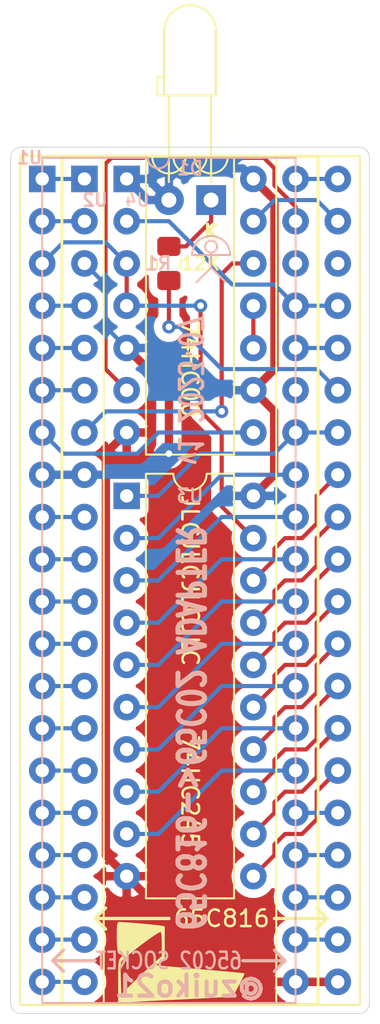
<source format=kicad_pcb>
(kicad_pcb (version 20171130) (host pcbnew "(5.1.2-1)-1")

  (general
    (thickness 1.6)
    (drawings 37)
    (tracks 194)
    (zones 0)
    (modules 7)
    (nets 52)
  )

  (page A4)
  (layers
    (0 F.Cu signal)
    (31 B.Cu signal)
    (32 B.Adhes user)
    (33 F.Adhes user)
    (34 B.Paste user)
    (35 F.Paste user)
    (36 B.SilkS user)
    (37 F.SilkS user)
    (38 B.Mask user)
    (39 F.Mask user)
    (40 Dwgs.User user)
    (41 Cmts.User user)
    (42 Eco1.User user)
    (43 Eco2.User user)
    (44 Edge.Cuts user)
    (45 Margin user)
    (46 B.CrtYd user)
    (47 F.CrtYd user)
    (48 B.Fab user)
    (49 F.Fab user hide)
  )

  (setup
    (last_trace_width 0.25)
    (user_trace_width 0.5)
    (trace_clearance 0.2)
    (zone_clearance 0.508)
    (zone_45_only no)
    (trace_min 0.2)
    (via_size 0.8)
    (via_drill 0.4)
    (via_min_size 0.4)
    (via_min_drill 0.3)
    (uvia_size 0.3)
    (uvia_drill 0.1)
    (uvias_allowed no)
    (uvia_min_size 0.2)
    (uvia_min_drill 0.1)
    (edge_width 0.05)
    (segment_width 0.2)
    (pcb_text_width 0.3)
    (pcb_text_size 1.5 1.5)
    (mod_edge_width 0.12)
    (mod_text_size 1 1)
    (mod_text_width 0.15)
    (pad_size 1.524 1.524)
    (pad_drill 0.762)
    (pad_to_mask_clearance 0.051)
    (solder_mask_min_width 0.25)
    (aux_axis_origin 0 0)
    (visible_elements FFFFFF7F)
    (pcbplotparams
      (layerselection 0x010fc_ffffffff)
      (usegerberextensions false)
      (usegerberattributes false)
      (usegerberadvancedattributes false)
      (creategerberjobfile false)
      (excludeedgelayer true)
      (linewidth 0.100000)
      (plotframeref false)
      (viasonmask false)
      (mode 1)
      (useauxorigin false)
      (hpglpennumber 1)
      (hpglpenspeed 20)
      (hpglpendiameter 15.000000)
      (psnegative false)
      (psa4output false)
      (plotreference true)
      (plotvalue true)
      (plotinvisibletext false)
      (padsonsilk false)
      (subtractmaskfromsilk false)
      (outputformat 1)
      (mirror false)
      (drillshape 1)
      (scaleselection 1)
      (outputdirectory ""))
  )

  (net 0 "")
  (net 1 /~RST)
  (net 2 /A11)
  (net 3 /PHI2)
  (net 4 /A10)
  (net 5 /A9)
  (net 6 /PHI0)
  (net 7 /A8)
  (net 8 /BE)
  (net 9 /A7)
  (net 10 /A6)
  (net 11 /R~W)
  (net 12 /A5)
  (net 13 /D0)
  (net 14 /A4)
  (net 15 /D1)
  (net 16 /A3)
  (net 17 /D2)
  (net 18 /A2)
  (net 19 /D3)
  (net 20 /A1)
  (net 21 /D4)
  (net 22 /A0)
  (net 23 /D5)
  (net 24 +5V)
  (net 25 /D6)
  (net 26 /SYNC)
  (net 27 /D7)
  (net 28 /~NMI)
  (net 29 /A15)
  (net 30 /~ML)
  (net 31 /A14)
  (net 32 /~IRQ)
  (net 33 /A13)
  (net 34 /PHI1)
  (net 35 /A12)
  (net 36 /RDY)
  (net 37 GND)
  (net 38 /~VP)
  (net 39 /VDA)
  (net 40 /BD0)
  (net 41 /BD1)
  (net 42 /BD2)
  (net 43 /BD3)
  (net 44 /BD4)
  (net 45 /BD5)
  (net 46 /BD6)
  (net 47 /VPA)
  (net 48 /BD7)
  (net 49 /~SYNC)
  (net 50 "Net-(D1-Pad1)")
  (net 51 "Net-(R1-Pad1)")

  (net_class Default "Esta es la clase de red por defecto."
    (clearance 0.2)
    (trace_width 0.25)
    (via_dia 0.8)
    (via_drill 0.4)
    (uvia_dia 0.3)
    (uvia_drill 0.1)
    (add_net +5V)
    (add_net /A0)
    (add_net /A1)
    (add_net /A10)
    (add_net /A11)
    (add_net /A12)
    (add_net /A13)
    (add_net /A14)
    (add_net /A15)
    (add_net /A2)
    (add_net /A3)
    (add_net /A4)
    (add_net /A5)
    (add_net /A6)
    (add_net /A7)
    (add_net /A8)
    (add_net /A9)
    (add_net /BD0)
    (add_net /BD1)
    (add_net /BD2)
    (add_net /BD3)
    (add_net /BD4)
    (add_net /BD5)
    (add_net /BD6)
    (add_net /BD7)
    (add_net /BE)
    (add_net /D0)
    (add_net /D1)
    (add_net /D2)
    (add_net /D3)
    (add_net /D4)
    (add_net /D5)
    (add_net /D6)
    (add_net /D7)
    (add_net /PHI0)
    (add_net /PHI1)
    (add_net /PHI2)
    (add_net /RDY)
    (add_net /R~W)
    (add_net /SYNC)
    (add_net /VDA)
    (add_net /VPA)
    (add_net /~IRQ)
    (add_net /~ML)
    (add_net /~NMI)
    (add_net /~RST)
    (add_net /~SYNC)
    (add_net /~VP)
    (add_net GND)
    (add_net "Net-(D1-Pad1)")
    (add_net "Net-(R1-Pad1)")
  )

  (module durango:j300 (layer F.Cu) (tedit 0) (tstamp 64A935F6)
    (at 26.797 71.247 270)
    (fp_text reference G*** (at 0 0 90) (layer F.SilkS) hide
      (effects (font (size 1.524 1.524) (thickness 0.3)))
    )
    (fp_text value LOGO (at 0.75 0 90) (layer F.SilkS) hide
      (effects (font (size 1.524 1.524) (thickness 0.3)))
    )
    (fp_poly (pts (xy 0.710652 -3.763118) (xy 0.903066 -3.672452) (xy 1.176324 -3.534458) (xy 1.335497 -3.451331)
      (xy 2.019553 -3.090333) (xy 2.065245 -2.413) (xy 2.083451 -2.118304) (xy 2.107502 -1.692574)
      (xy 2.135359 -1.173928) (xy 2.164981 -0.600482) (xy 2.194328 -0.010352) (xy 2.198938 0.084667)
      (xy 2.228922 0.698733) (xy 2.260059 1.325668) (xy 2.29009 1.920723) (xy 2.316755 2.439151)
      (xy 2.337794 2.836202) (xy 2.338955 2.8575) (xy 2.390969 3.81) (xy 1.103222 3.81)
      (xy 0.608986 3.808781) (xy 0.255761 3.802636) (xy 0.015232 3.787837) (xy -0.140919 3.760655)
      (xy -0.241009 3.717362) (xy -0.313354 3.654229) (xy -0.343446 3.6195) (xy -0.502367 3.429)
      (xy -0.505184 3.610442) (xy -0.525357 3.727391) (xy -0.599029 3.807525) (xy -0.752334 3.857532)
      (xy -1.011408 3.884102) (xy -1.402385 3.893926) (xy -1.615592 3.894667) (xy -2.00159 3.891566)
      (xy -2.248365 3.878726) (xy -2.385966 3.850838) (xy -2.444445 3.802595) (xy -2.45446 3.7465)
      (xy -2.44595 3.561746) (xy -2.424264 3.252695) (xy -2.393266 2.863522) (xy -2.356817 2.438404)
      (xy -2.318778 2.021518) (xy -2.283012 1.657041) (xy -2.25338 1.389148) (xy -2.239821 1.291167)
      (xy -2.233738 1.254904) (xy -1.862667 1.254904) (xy -1.811943 1.379807) (xy -1.674065 1.604827)
      (xy -1.470477 1.901954) (xy -1.222622 2.243181) (xy -0.951945 2.600499) (xy -0.679888 2.9459)
      (xy -0.427895 3.251375) (xy -0.21741 3.488916) (xy -0.069875 3.630515) (xy -0.023325 3.657353)
      (xy 0.111304 3.665583) (xy 0.373177 3.66747) (xy 0.720324 3.663061) (xy 0.994002 3.656183)
      (xy 1.883259 3.629365) (xy 1.08654 2.809516) (xy 0.753544 2.463296) (xy 0.428931 2.119564)
      (xy 0.148995 1.817128) (xy -0.04997 1.594798) (xy -0.056264 1.5875) (xy -0.402349 1.185334)
      (xy -1.132508 1.185334) (xy -1.460314 1.192786) (xy -1.711913 1.212693) (xy -1.848718 1.241377)
      (xy -1.862667 1.254904) (xy -2.233738 1.254904) (xy -2.193661 1.016) (xy -1.244997 1.015237)
      (xy -0.296334 1.014474) (xy -0.074928 1.283842) (xy 0.146478 1.553211) (xy 0.197558 1.009439)
      (xy 0.219278 0.771488) (xy 0.252799 0.395776) (xy 0.295393 -0.086745) (xy 0.344337 -0.645129)
      (xy 0.396905 -1.248424) (xy 0.431814 -1.651) (xy 0.48255 -2.23009) (xy 0.529337 -2.750515)
      (xy 0.570022 -3.189407) (xy 0.602451 -3.523898) (xy 0.624471 -3.731121) (xy 0.633215 -3.789998)
      (xy 0.710652 -3.763118)) (layer F.SilkS) (width 0.01))
  )

  (module Package_DIP:DIP-40_W15.24mm_Socket (layer F.Cu) (tedit 5A02E8C5) (tstamp 649912AF)
    (at 18.415 24.13)
    (descr "40-lead though-hole mounted DIP package, row spacing 15.24 mm (600 mils), Socket")
    (tags "THT DIP DIL PDIP 2.54mm 15.24mm 600mil Socket")
    (path /6498B4AA)
    (fp_text reference U1 (at -0.762 -1.27 unlocked) (layer B.SilkS)
      (effects (font (size 0.75 0.75) (thickness 0.15)) (justify mirror))
    )
    (fp_text value "65C02 SOCKET" (at 7.62 46.99 unlocked) (layer B.SilkS)
      (effects (font (size 1 0.78) (thickness 0.15)) (justify mirror))
    )
    (fp_line (start 16.8 -1.6) (end -1.55 -1.6) (layer F.CrtYd) (width 0.05))
    (fp_line (start 16.8 49.85) (end 16.8 -1.6) (layer F.CrtYd) (width 0.05))
    (fp_line (start -1.55 49.85) (end 16.8 49.85) (layer F.CrtYd) (width 0.05))
    (fp_line (start -1.55 -1.6) (end -1.55 49.85) (layer F.CrtYd) (width 0.05))
    (fp_line (start 16.57 -1.39) (end -1.33 -1.39) (layer F.SilkS) (width 0.12))
    (fp_line (start 16.57 49.65) (end 16.57 -1.39) (layer F.SilkS) (width 0.12))
    (fp_line (start -1.33 49.65) (end 16.57 49.65) (layer F.SilkS) (width 0.12))
    (fp_line (start -1.33 -1.39) (end -1.33 49.65) (layer F.SilkS) (width 0.12))
    (fp_line (start 14.08 -1.33) (end 8.62 -1.33) (layer F.SilkS) (width 0.12))
    (fp_line (start 14.08 49.59) (end 14.08 -1.33) (layer F.SilkS) (width 0.12))
    (fp_line (start 1.16 49.59) (end 14.08 49.59) (layer F.SilkS) (width 0.12))
    (fp_line (start 1.16 -1.33) (end 1.16 49.59) (layer F.SilkS) (width 0.12))
    (fp_line (start 6.62 -1.33) (end 1.16 -1.33) (layer F.SilkS) (width 0.12))
    (fp_line (start 16.51 -1.33) (end -1.27 -1.33) (layer F.Fab) (width 0.1))
    (fp_line (start 16.51 49.59) (end 16.51 -1.33) (layer F.Fab) (width 0.1))
    (fp_line (start -1.27 49.59) (end 16.51 49.59) (layer F.Fab) (width 0.1))
    (fp_line (start -1.27 -1.33) (end -1.27 49.59) (layer F.Fab) (width 0.1))
    (fp_line (start 0.255 -0.27) (end 1.255 -1.27) (layer F.Fab) (width 0.1))
    (fp_line (start 0.255 49.53) (end 0.255 -0.27) (layer F.Fab) (width 0.1))
    (fp_line (start 14.985 49.53) (end 0.255 49.53) (layer F.Fab) (width 0.1))
    (fp_line (start 14.985 -1.27) (end 14.985 49.53) (layer F.Fab) (width 0.1))
    (fp_line (start 1.255 -1.27) (end 14.985 -1.27) (layer F.Fab) (width 0.1))
    (fp_arc (start 7.62 -1.33) (end 6.62 -1.33) (angle -180) (layer F.SilkS) (width 0.12))
    (pad 40 thru_hole oval (at 15.24 0) (size 1.6 1.6) (drill 0.8) (layers *.Cu *.Mask)
      (net 1 /~RST))
    (pad 20 thru_hole oval (at 0 48.26) (size 1.6 1.6) (drill 0.8) (layers *.Cu *.Mask)
      (net 2 /A11))
    (pad 39 thru_hole oval (at 15.24 2.54) (size 1.6 1.6) (drill 0.8) (layers *.Cu *.Mask)
      (net 3 /PHI2))
    (pad 19 thru_hole oval (at 0 45.72) (size 1.6 1.6) (drill 0.8) (layers *.Cu *.Mask)
      (net 4 /A10))
    (pad 38 thru_hole oval (at 15.24 5.08) (size 1.6 1.6) (drill 0.8) (layers *.Cu *.Mask))
    (pad 18 thru_hole oval (at 0 43.18) (size 1.6 1.6) (drill 0.8) (layers *.Cu *.Mask)
      (net 5 /A9))
    (pad 37 thru_hole oval (at 15.24 7.62) (size 1.6 1.6) (drill 0.8) (layers *.Cu *.Mask)
      (net 6 /PHI0))
    (pad 17 thru_hole oval (at 0 40.64) (size 1.6 1.6) (drill 0.8) (layers *.Cu *.Mask)
      (net 7 /A8))
    (pad 36 thru_hole oval (at 15.24 10.16) (size 1.6 1.6) (drill 0.8) (layers *.Cu *.Mask)
      (net 8 /BE))
    (pad 16 thru_hole oval (at 0 38.1) (size 1.6 1.6) (drill 0.8) (layers *.Cu *.Mask)
      (net 9 /A7))
    (pad 35 thru_hole oval (at 15.24 12.7) (size 1.6 1.6) (drill 0.8) (layers *.Cu *.Mask))
    (pad 15 thru_hole oval (at 0 35.56) (size 1.6 1.6) (drill 0.8) (layers *.Cu *.Mask)
      (net 10 /A6))
    (pad 34 thru_hole oval (at 15.24 15.24) (size 1.6 1.6) (drill 0.8) (layers *.Cu *.Mask)
      (net 11 /R~W))
    (pad 14 thru_hole oval (at 0 33.02) (size 1.6 1.6) (drill 0.8) (layers *.Cu *.Mask)
      (net 12 /A5))
    (pad 33 thru_hole oval (at 15.24 17.78) (size 1.6 1.6) (drill 0.8) (layers *.Cu *.Mask)
      (net 13 /D0))
    (pad 13 thru_hole oval (at 0 30.48) (size 1.6 1.6) (drill 0.8) (layers *.Cu *.Mask)
      (net 14 /A4))
    (pad 32 thru_hole oval (at 15.24 20.32) (size 1.6 1.6) (drill 0.8) (layers *.Cu *.Mask)
      (net 15 /D1))
    (pad 12 thru_hole oval (at 0 27.94) (size 1.6 1.6) (drill 0.8) (layers *.Cu *.Mask)
      (net 16 /A3))
    (pad 31 thru_hole oval (at 15.24 22.86) (size 1.6 1.6) (drill 0.8) (layers *.Cu *.Mask)
      (net 17 /D2))
    (pad 11 thru_hole oval (at 0 25.4) (size 1.6 1.6) (drill 0.8) (layers *.Cu *.Mask)
      (net 18 /A2))
    (pad 30 thru_hole oval (at 15.24 25.4) (size 1.6 1.6) (drill 0.8) (layers *.Cu *.Mask)
      (net 19 /D3))
    (pad 10 thru_hole oval (at 0 22.86) (size 1.6 1.6) (drill 0.8) (layers *.Cu *.Mask)
      (net 20 /A1))
    (pad 29 thru_hole oval (at 15.24 27.94) (size 1.6 1.6) (drill 0.8) (layers *.Cu *.Mask)
      (net 21 /D4))
    (pad 9 thru_hole oval (at 0 20.32) (size 1.6 1.6) (drill 0.8) (layers *.Cu *.Mask)
      (net 22 /A0))
    (pad 28 thru_hole oval (at 15.24 30.48) (size 1.6 1.6) (drill 0.8) (layers *.Cu *.Mask)
      (net 23 /D5))
    (pad 8 thru_hole oval (at 0 17.78) (size 1.6 1.6) (drill 0.8) (layers *.Cu *.Mask)
      (net 24 +5V))
    (pad 27 thru_hole oval (at 15.24 33.02) (size 1.6 1.6) (drill 0.8) (layers *.Cu *.Mask)
      (net 25 /D6))
    (pad 7 thru_hole oval (at 0 15.24) (size 1.6 1.6) (drill 0.8) (layers *.Cu *.Mask)
      (net 26 /SYNC))
    (pad 26 thru_hole oval (at 15.24 35.56) (size 1.6 1.6) (drill 0.8) (layers *.Cu *.Mask)
      (net 27 /D7))
    (pad 6 thru_hole oval (at 0 12.7) (size 1.6 1.6) (drill 0.8) (layers *.Cu *.Mask)
      (net 28 /~NMI))
    (pad 25 thru_hole oval (at 15.24 38.1) (size 1.6 1.6) (drill 0.8) (layers *.Cu *.Mask)
      (net 29 /A15))
    (pad 5 thru_hole oval (at 0 10.16) (size 1.6 1.6) (drill 0.8) (layers *.Cu *.Mask)
      (net 30 /~ML))
    (pad 24 thru_hole oval (at 15.24 40.64) (size 1.6 1.6) (drill 0.8) (layers *.Cu *.Mask)
      (net 31 /A14))
    (pad 4 thru_hole oval (at 0 7.62) (size 1.6 1.6) (drill 0.8) (layers *.Cu *.Mask)
      (net 32 /~IRQ))
    (pad 23 thru_hole oval (at 15.24 43.18) (size 1.6 1.6) (drill 0.8) (layers *.Cu *.Mask)
      (net 33 /A13))
    (pad 3 thru_hole oval (at 0 5.08) (size 1.6 1.6) (drill 0.8) (layers *.Cu *.Mask)
      (net 34 /PHI1))
    (pad 22 thru_hole oval (at 15.24 45.72) (size 1.6 1.6) (drill 0.8) (layers *.Cu *.Mask)
      (net 35 /A12))
    (pad 2 thru_hole oval (at 0 2.54) (size 1.6 1.6) (drill 0.8) (layers *.Cu *.Mask)
      (net 36 /RDY))
    (pad 21 thru_hole oval (at 15.24 48.26) (size 1.6 1.6) (drill 0.8) (layers *.Cu *.Mask)
      (net 37 GND))
    (pad 1 thru_hole rect (at 0 0) (size 1.6 1.6) (drill 0.8) (layers *.Cu *.Mask)
      (net 38 /~VP))
    (model ${KISYS3DMOD}/Package_DIP.3dshapes/DIP-40_W15.24mm_Socket.wrl
      (at (xyz 0 0 0))
      (scale (xyz 1 1 1))
      (rotate (xyz 0 0 0))
    )
  )

  (module Resistor_SMD:R_0805_2012Metric_Pad1.15x1.40mm_HandSolder (layer F.Cu) (tedit 5B36C52B) (tstamp 6499B3A1)
    (at 26.035 29.21 90)
    (descr "Resistor SMD 0805 (2012 Metric), square (rectangular) end terminal, IPC_7351 nominal with elongated pad for handsoldering. (Body size source: https://docs.google.com/spreadsheets/d/1BsfQQcO9C6DZCsRaXUlFlo91Tg2WpOkGARC1WS5S8t0/edit?usp=sharing), generated with kicad-footprint-generator")
    (tags "resistor handsolder")
    (path /649BA6B6)
    (attr smd)
    (fp_text reference R1 (at 0 -0.635 unlocked) (layer B.SilkS)
      (effects (font (size 0.8 0.8) (thickness 0.15)) (justify mirror))
    )
    (fp_text value 12K (at 0 1.905 unlocked) (layer F.SilkS)
      (effects (font (size 0.8 0.8) (thickness 0.15)))
    )
    (fp_line (start 1.85 0.95) (end -1.85 0.95) (layer F.CrtYd) (width 0.05))
    (fp_line (start 1.85 -0.95) (end 1.85 0.95) (layer F.CrtYd) (width 0.05))
    (fp_line (start -1.85 -0.95) (end 1.85 -0.95) (layer F.CrtYd) (width 0.05))
    (fp_line (start -1.85 0.95) (end -1.85 -0.95) (layer F.CrtYd) (width 0.05))
    (fp_line (start -0.261252 0.71) (end 0.261252 0.71) (layer F.SilkS) (width 0.12))
    (fp_line (start -0.261252 -0.71) (end 0.261252 -0.71) (layer F.SilkS) (width 0.12))
    (fp_line (start 1 0.6) (end -1 0.6) (layer F.Fab) (width 0.1))
    (fp_line (start 1 -0.6) (end 1 0.6) (layer F.Fab) (width 0.1))
    (fp_line (start -1 -0.6) (end 1 -0.6) (layer F.Fab) (width 0.1))
    (fp_line (start -1 0.6) (end -1 -0.6) (layer F.Fab) (width 0.1))
    (pad 2 smd roundrect (at 1.025 0 90) (size 1.15 1.4) (layers F.Cu F.Paste F.Mask) (roundrect_rratio 0.217391)
      (net 50 "Net-(D1-Pad1)"))
    (pad 1 smd roundrect (at -1.025 0 90) (size 1.15 1.4) (layers F.Cu F.Paste F.Mask) (roundrect_rratio 0.217391)
      (net 51 "Net-(R1-Pad1)"))
    (model ${KISYS3DMOD}/Resistor_SMD.3dshapes/R_0805_2012Metric.wrl
      (at (xyz 0 0 0))
      (scale (xyz 1 1 1))
      (rotate (xyz 0 0 0))
    )
  )

  (module LED_THT:LED_D3.0mm_Horizontal_O6.35mm_Z2.0mm (layer F.Cu) (tedit 5880A862) (tstamp 6499A074)
    (at 28.575 25.4 180)
    (descr "LED, diameter 3.0mm z-position of LED center 2.0mm, 2 pins, diameter 3.0mm z-position of LED center 2.0mm, 2 pins, diameter 3.0mm z-position of LED center 2.0mm, 2 pins")
    (tags "LED diameter 3.0mm z-position of LED center 2.0mm 2 pins diameter 3.0mm z-position of LED center 2.0mm 2 pins diameter 3.0mm z-position of LED center 2.0mm 2 pins")
    (path /649BBBF1)
    (fp_text reference D1 (at 1.27 1.905 unlocked) (layer B.SilkS)
      (effects (font (size 0.8 0.8) (thickness 0.15)) (justify mirror))
    )
    (fp_text value BLUE (at 1.27 12.71) (layer F.Fab)
      (effects (font (size 1 1) (thickness 0.15)))
    )
    (fp_line (start 3.75 -1.25) (end -1.25 -1.25) (layer F.CrtYd) (width 0.05))
    (fp_line (start 3.75 12) (end 3.75 -1.25) (layer F.CrtYd) (width 0.05))
    (fp_line (start -1.25 12) (end 3.75 12) (layer F.CrtYd) (width 0.05))
    (fp_line (start -1.25 -1.25) (end -1.25 12) (layer F.CrtYd) (width 0.05))
    (fp_line (start 2.54 1.08) (end 2.54 1.08) (layer F.SilkS) (width 0.12))
    (fp_line (start 2.54 6.29) (end 2.54 1.08) (layer F.SilkS) (width 0.12))
    (fp_line (start 2.54 6.29) (end 2.54 6.29) (layer F.SilkS) (width 0.12))
    (fp_line (start 2.54 1.08) (end 2.54 6.29) (layer F.SilkS) (width 0.12))
    (fp_line (start 0 1.08) (end 0 1.08) (layer F.SilkS) (width 0.12))
    (fp_line (start 0 6.29) (end 0 1.08) (layer F.SilkS) (width 0.12))
    (fp_line (start 0 6.29) (end 0 6.29) (layer F.SilkS) (width 0.12))
    (fp_line (start 0 1.08) (end 0 6.29) (layer F.SilkS) (width 0.12))
    (fp_line (start 2.83 6.29) (end 3.23 6.29) (layer F.SilkS) (width 0.12))
    (fp_line (start 2.83 7.41) (end 2.83 6.29) (layer F.SilkS) (width 0.12))
    (fp_line (start 3.23 7.41) (end 2.83 7.41) (layer F.SilkS) (width 0.12))
    (fp_line (start 3.23 6.29) (end 3.23 7.41) (layer F.SilkS) (width 0.12))
    (fp_line (start -0.29 6.29) (end 2.83 6.29) (layer F.SilkS) (width 0.12))
    (fp_line (start 2.83 6.29) (end 2.83 10.15) (layer F.SilkS) (width 0.12))
    (fp_line (start -0.29 6.29) (end -0.29 10.15) (layer F.SilkS) (width 0.12))
    (fp_line (start 2.54 0) (end 2.54 0) (layer F.Fab) (width 0.1))
    (fp_line (start 2.54 6.35) (end 2.54 0) (layer F.Fab) (width 0.1))
    (fp_line (start 2.54 6.35) (end 2.54 6.35) (layer F.Fab) (width 0.1))
    (fp_line (start 2.54 0) (end 2.54 6.35) (layer F.Fab) (width 0.1))
    (fp_line (start 0 0) (end 0 0) (layer F.Fab) (width 0.1))
    (fp_line (start 0 6.35) (end 0 0) (layer F.Fab) (width 0.1))
    (fp_line (start 0 6.35) (end 0 6.35) (layer F.Fab) (width 0.1))
    (fp_line (start 0 0) (end 0 6.35) (layer F.Fab) (width 0.1))
    (fp_line (start 2.77 6.35) (end 3.17 6.35) (layer F.Fab) (width 0.1))
    (fp_line (start 2.77 7.35) (end 2.77 6.35) (layer F.Fab) (width 0.1))
    (fp_line (start 3.17 7.35) (end 2.77 7.35) (layer F.Fab) (width 0.1))
    (fp_line (start 3.17 6.35) (end 3.17 7.35) (layer F.Fab) (width 0.1))
    (fp_line (start -0.23 6.35) (end 2.77 6.35) (layer F.Fab) (width 0.1))
    (fp_line (start 2.77 6.35) (end 2.77 10.15) (layer F.Fab) (width 0.1))
    (fp_line (start -0.23 6.35) (end -0.23 10.15) (layer F.Fab) (width 0.1))
    (fp_arc (start 1.27 10.15) (end -0.29 10.15) (angle -180) (layer F.SilkS) (width 0.12))
    (fp_arc (start 1.27 10.15) (end -0.23 10.15) (angle -180) (layer F.Fab) (width 0.1))
    (pad 2 thru_hole circle (at 2.54 0 180) (size 1.8 1.8) (drill 0.9) (layers *.Cu *.Mask)
      (net 24 +5V))
    (pad 1 thru_hole rect (at 0 0 180) (size 1.8 1.8) (drill 0.9) (layers *.Cu *.Mask)
      (net 50 "Net-(D1-Pad1)"))
    (model ${KISYS3DMOD}/LED_THT.3dshapes/LED_D3.0mm_Horizontal_O6.35mm_Z2.0mm.wrl
      (at (xyz 0 0 0))
      (scale (xyz 1 1 1))
      (rotate (xyz 0 0 0))
    )
  )

  (module Package_DIP:DIP-14_W7.62mm (layer F.Cu) (tedit 5A02E8C5) (tstamp 64A93A8D)
    (at 23.495 24.13)
    (descr "14-lead though-hole mounted DIP package, row spacing 7.62 mm (300 mils)")
    (tags "THT DIP DIL PDIP 2.54mm 7.62mm 300mil")
    (path /64993F25)
    (fp_text reference U4 (at 0.635 1.27 unlocked) (layer B.SilkS)
      (effects (font (size 0.75 0.75) (thickness 0.12)) (justify mirror))
    )
    (fp_text value 74HC00 (at 3.81 11.43 270 unlocked) (layer F.SilkS)
      (effects (font (size 1 1) (thickness 0.15)))
    )
    (fp_line (start 8.7 -1.55) (end -1.1 -1.55) (layer F.CrtYd) (width 0.05))
    (fp_line (start 8.7 16.8) (end 8.7 -1.55) (layer F.CrtYd) (width 0.05))
    (fp_line (start -1.1 16.8) (end 8.7 16.8) (layer F.CrtYd) (width 0.05))
    (fp_line (start -1.1 -1.55) (end -1.1 16.8) (layer F.CrtYd) (width 0.05))
    (fp_line (start 6.46 -1.33) (end 4.81 -1.33) (layer F.SilkS) (width 0.12))
    (fp_line (start 6.46 16.57) (end 6.46 -1.33) (layer F.SilkS) (width 0.12))
    (fp_line (start 1.16 16.57) (end 6.46 16.57) (layer F.SilkS) (width 0.12))
    (fp_line (start 1.16 -1.33) (end 1.16 16.57) (layer F.SilkS) (width 0.12))
    (fp_line (start 2.81 -1.33) (end 1.16 -1.33) (layer F.SilkS) (width 0.12))
    (fp_line (start 0.635 -0.27) (end 1.635 -1.27) (layer F.Fab) (width 0.1))
    (fp_line (start 0.635 16.51) (end 0.635 -0.27) (layer F.Fab) (width 0.1))
    (fp_line (start 6.985 16.51) (end 0.635 16.51) (layer F.Fab) (width 0.1))
    (fp_line (start 6.985 -1.27) (end 6.985 16.51) (layer F.Fab) (width 0.1))
    (fp_line (start 1.635 -1.27) (end 6.985 -1.27) (layer F.Fab) (width 0.1))
    (fp_arc (start 3.81 -1.33) (end 2.81 -1.33) (angle -180) (layer F.SilkS) (width 0.12))
    (pad 14 thru_hole oval (at 7.62 0) (size 1.6 1.6) (drill 0.8) (layers *.Cu *.Mask)
      (net 24 +5V))
    (pad 7 thru_hole oval (at 0 15.24) (size 1.6 1.6) (drill 0.8) (layers *.Cu *.Mask)
      (net 37 GND))
    (pad 13 thru_hole oval (at 7.62 2.54) (size 1.6 1.6) (drill 0.8) (layers *.Cu *.Mask)
      (net 39 /VDA))
    (pad 6 thru_hole oval (at 0 12.7) (size 1.6 1.6) (drill 0.8) (layers *.Cu *.Mask)
      (net 3 /PHI2))
    (pad 12 thru_hole oval (at 7.62 5.08) (size 1.6 1.6) (drill 0.8) (layers *.Cu *.Mask)
      (net 47 /VPA))
    (pad 5 thru_hole oval (at 0 10.16) (size 1.6 1.6) (drill 0.8) (layers *.Cu *.Mask)
      (net 24 +5V))
    (pad 11 thru_hole oval (at 7.62 7.62) (size 1.6 1.6) (drill 0.8) (layers *.Cu *.Mask)
      (net 49 /~SYNC))
    (pad 4 thru_hole oval (at 0 7.62) (size 1.6 1.6) (drill 0.8) (layers *.Cu *.Mask)
      (net 34 /PHI1))
    (pad 10 thru_hole oval (at 7.62 10.16) (size 1.6 1.6) (drill 0.8) (layers *.Cu *.Mask)
      (net 49 /~SYNC))
    (pad 3 thru_hole oval (at 0 5.08) (size 1.6 1.6) (drill 0.8) (layers *.Cu *.Mask)
      (net 34 /PHI1))
    (pad 9 thru_hole oval (at 7.62 12.7) (size 1.6 1.6) (drill 0.8) (layers *.Cu *.Mask)
      (net 24 +5V))
    (pad 2 thru_hole oval (at 0 2.54) (size 1.6 1.6) (drill 0.8) (layers *.Cu *.Mask)
      (net 6 /PHI0))
    (pad 8 thru_hole oval (at 7.62 15.24) (size 1.6 1.6) (drill 0.8) (layers *.Cu *.Mask)
      (net 26 /SYNC))
    (pad 1 thru_hole rect (at 0 0) (size 1.6 1.6) (drill 0.8) (layers *.Cu *.Mask)
      (net 24 +5V))
    (model ${KISYS3DMOD}/Package_DIP.3dshapes/DIP-14_W7.62mm.wrl
      (at (xyz 0 0 0))
      (scale (xyz 1 1 1))
      (rotate (xyz 0 0 0))
    )
  )

  (module Package_DIP:DIP-20_W7.62mm (layer F.Cu) (tedit 5A02E8C5) (tstamp 6499131B)
    (at 23.495 43.18)
    (descr "20-lead though-hole mounted DIP package, row spacing 7.62 mm (300 mils)")
    (tags "THT DIP DIL PDIP 2.54mm 7.62mm 300mil")
    (path /6498FAD1)
    (fp_text reference U3 (at 3.81 0 unlocked) (layer B.SilkS)
      (effects (font (size 0.8 0.8) (thickness 0.15)) (justify mirror))
    )
    (fp_text value 74HC245 (at 3.81 17.78 270 unlocked) (layer F.SilkS)
      (effects (font (size 1 1) (thickness 0.15)))
    )
    (fp_line (start 8.7 -1.55) (end -1.1 -1.55) (layer F.CrtYd) (width 0.05))
    (fp_line (start 8.7 24.4) (end 8.7 -1.55) (layer F.CrtYd) (width 0.05))
    (fp_line (start -1.1 24.4) (end 8.7 24.4) (layer F.CrtYd) (width 0.05))
    (fp_line (start -1.1 -1.55) (end -1.1 24.4) (layer F.CrtYd) (width 0.05))
    (fp_line (start 6.46 -1.33) (end 4.81 -1.33) (layer F.SilkS) (width 0.12))
    (fp_line (start 6.46 24.19) (end 6.46 -1.33) (layer F.SilkS) (width 0.12))
    (fp_line (start 1.16 24.19) (end 6.46 24.19) (layer F.SilkS) (width 0.12))
    (fp_line (start 1.16 -1.33) (end 1.16 24.19) (layer F.SilkS) (width 0.12))
    (fp_line (start 2.81 -1.33) (end 1.16 -1.33) (layer F.SilkS) (width 0.12))
    (fp_line (start 0.635 -0.27) (end 1.635 -1.27) (layer F.Fab) (width 0.1))
    (fp_line (start 0.635 24.13) (end 0.635 -0.27) (layer F.Fab) (width 0.1))
    (fp_line (start 6.985 24.13) (end 0.635 24.13) (layer F.Fab) (width 0.1))
    (fp_line (start 6.985 -1.27) (end 6.985 24.13) (layer F.Fab) (width 0.1))
    (fp_line (start 1.635 -1.27) (end 6.985 -1.27) (layer F.Fab) (width 0.1))
    (fp_arc (start 3.81 -1.33) (end 2.81 -1.33) (angle -180) (layer F.SilkS) (width 0.12))
    (pad 20 thru_hole oval (at 7.62 0) (size 1.6 1.6) (drill 0.8) (layers *.Cu *.Mask)
      (net 24 +5V))
    (pad 10 thru_hole oval (at 0 22.86) (size 1.6 1.6) (drill 0.8) (layers *.Cu *.Mask)
      (net 37 GND))
    (pad 19 thru_hole oval (at 7.62 2.54) (size 1.6 1.6) (drill 0.8) (layers *.Cu *.Mask)
      (net 34 /PHI1))
    (pad 9 thru_hole oval (at 0 20.32) (size 1.6 1.6) (drill 0.8) (layers *.Cu *.Mask)
      (net 27 /D7))
    (pad 18 thru_hole oval (at 7.62 5.08) (size 1.6 1.6) (drill 0.8) (layers *.Cu *.Mask)
      (net 40 /BD0))
    (pad 8 thru_hole oval (at 0 17.78) (size 1.6 1.6) (drill 0.8) (layers *.Cu *.Mask)
      (net 25 /D6))
    (pad 17 thru_hole oval (at 7.62 7.62) (size 1.6 1.6) (drill 0.8) (layers *.Cu *.Mask)
      (net 41 /BD1))
    (pad 7 thru_hole oval (at 0 15.24) (size 1.6 1.6) (drill 0.8) (layers *.Cu *.Mask)
      (net 23 /D5))
    (pad 16 thru_hole oval (at 7.62 10.16) (size 1.6 1.6) (drill 0.8) (layers *.Cu *.Mask)
      (net 42 /BD2))
    (pad 6 thru_hole oval (at 0 12.7) (size 1.6 1.6) (drill 0.8) (layers *.Cu *.Mask)
      (net 21 /D4))
    (pad 15 thru_hole oval (at 7.62 12.7) (size 1.6 1.6) (drill 0.8) (layers *.Cu *.Mask)
      (net 43 /BD3))
    (pad 5 thru_hole oval (at 0 10.16) (size 1.6 1.6) (drill 0.8) (layers *.Cu *.Mask)
      (net 19 /D3))
    (pad 14 thru_hole oval (at 7.62 15.24) (size 1.6 1.6) (drill 0.8) (layers *.Cu *.Mask)
      (net 44 /BD4))
    (pad 4 thru_hole oval (at 0 7.62) (size 1.6 1.6) (drill 0.8) (layers *.Cu *.Mask)
      (net 17 /D2))
    (pad 13 thru_hole oval (at 7.62 17.78) (size 1.6 1.6) (drill 0.8) (layers *.Cu *.Mask)
      (net 45 /BD5))
    (pad 3 thru_hole oval (at 0 5.08) (size 1.6 1.6) (drill 0.8) (layers *.Cu *.Mask)
      (net 15 /D1))
    (pad 12 thru_hole oval (at 7.62 20.32) (size 1.6 1.6) (drill 0.8) (layers *.Cu *.Mask)
      (net 46 /BD6))
    (pad 2 thru_hole oval (at 0 2.54) (size 1.6 1.6) (drill 0.8) (layers *.Cu *.Mask)
      (net 13 /D0))
    (pad 11 thru_hole oval (at 7.62 22.86) (size 1.6 1.6) (drill 0.8) (layers *.Cu *.Mask)
      (net 48 /BD7))
    (pad 1 thru_hole rect (at 0 0) (size 1.6 1.6) (drill 0.8) (layers *.Cu *.Mask)
      (net 11 /R~W))
    (model ${KISYS3DMOD}/Package_DIP.3dshapes/DIP-20_W7.62mm.wrl
      (at (xyz 0 0 0))
      (scale (xyz 1 1 1))
      (rotate (xyz 0 0 0))
    )
  )

  (module Package_DIP:DIP-40_W15.24mm_Socket (layer F.Cu) (tedit 5A02E8C5) (tstamp 64994889)
    (at 20.955 24.13)
    (descr "40-lead though-hole mounted DIP package, row spacing 15.24 mm (600 mils), Socket")
    (tags "THT DIP DIL PDIP 2.54mm 15.24mm 600mil Socket")
    (path /6498B2AC)
    (fp_text reference U2 (at 0.635 1.27 unlocked) (layer B.SilkS)
      (effects (font (size 0.75 0.75) (thickness 0.15)) (justify mirror))
    )
    (fp_text value 65C816 (at 8.255 44.45) (layer F.SilkS)
      (effects (font (size 1 1) (thickness 0.15)))
    )
    (fp_line (start 16.8 -1.6) (end -1.55 -1.6) (layer F.CrtYd) (width 0.05))
    (fp_line (start 16.8 49.85) (end 16.8 -1.6) (layer F.CrtYd) (width 0.05))
    (fp_line (start -1.55 49.85) (end 16.8 49.85) (layer F.CrtYd) (width 0.05))
    (fp_line (start -1.55 -1.6) (end -1.55 49.85) (layer F.CrtYd) (width 0.05))
    (fp_line (start 16.57 -1.39) (end -1.33 -1.39) (layer F.SilkS) (width 0.12))
    (fp_line (start 16.57 49.65) (end 16.57 -1.39) (layer F.SilkS) (width 0.12))
    (fp_line (start -1.33 49.65) (end 16.57 49.65) (layer F.SilkS) (width 0.12))
    (fp_line (start -1.33 -1.39) (end -1.33 49.65) (layer F.SilkS) (width 0.12))
    (fp_line (start 14.08 -1.33) (end 8.62 -1.33) (layer F.SilkS) (width 0.12))
    (fp_line (start 14.08 49.59) (end 14.08 -1.33) (layer F.SilkS) (width 0.12))
    (fp_line (start 1.16 49.59) (end 14.08 49.59) (layer F.SilkS) (width 0.12))
    (fp_line (start 1.16 -1.33) (end 1.16 49.59) (layer F.SilkS) (width 0.12))
    (fp_line (start 6.62 -1.33) (end 1.16 -1.33) (layer F.SilkS) (width 0.12))
    (fp_line (start 16.51 -1.33) (end -1.27 -1.33) (layer F.Fab) (width 0.1))
    (fp_line (start 16.51 49.59) (end 16.51 -1.33) (layer F.Fab) (width 0.1))
    (fp_line (start -1.27 49.59) (end 16.51 49.59) (layer F.Fab) (width 0.1))
    (fp_line (start -1.27 -1.33) (end -1.27 49.59) (layer F.Fab) (width 0.1))
    (fp_line (start 0.255 -0.27) (end 1.255 -1.27) (layer F.Fab) (width 0.1))
    (fp_line (start 0.255 49.53) (end 0.255 -0.27) (layer F.Fab) (width 0.1))
    (fp_line (start 14.985 49.53) (end 0.255 49.53) (layer F.Fab) (width 0.1))
    (fp_line (start 14.985 -1.27) (end 14.985 49.53) (layer F.Fab) (width 0.1))
    (fp_line (start 1.255 -1.27) (end 14.985 -1.27) (layer F.Fab) (width 0.1))
    (fp_arc (start 7.62 -1.33) (end 6.62 -1.33) (angle -180) (layer F.SilkS) (width 0.12))
    (pad 40 thru_hole oval (at 15.24 0) (size 1.6 1.6) (drill 0.8) (layers *.Cu *.Mask)
      (net 1 /~RST))
    (pad 20 thru_hole oval (at 0 48.26) (size 1.6 1.6) (drill 0.8) (layers *.Cu *.Mask)
      (net 2 /A11))
    (pad 39 thru_hole oval (at 15.24 2.54) (size 1.6 1.6) (drill 0.8) (layers *.Cu *.Mask)
      (net 39 /VDA))
    (pad 19 thru_hole oval (at 0 45.72) (size 1.6 1.6) (drill 0.8) (layers *.Cu *.Mask)
      (net 4 /A10))
    (pad 38 thru_hole oval (at 15.24 5.08) (size 1.6 1.6) (drill 0.8) (layers *.Cu *.Mask))
    (pad 18 thru_hole oval (at 0 43.18) (size 1.6 1.6) (drill 0.8) (layers *.Cu *.Mask)
      (net 5 /A9))
    (pad 37 thru_hole oval (at 15.24 7.62) (size 1.6 1.6) (drill 0.8) (layers *.Cu *.Mask)
      (net 6 /PHI0))
    (pad 17 thru_hole oval (at 0 40.64) (size 1.6 1.6) (drill 0.8) (layers *.Cu *.Mask)
      (net 7 /A8))
    (pad 36 thru_hole oval (at 15.24 10.16) (size 1.6 1.6) (drill 0.8) (layers *.Cu *.Mask)
      (net 8 /BE))
    (pad 16 thru_hole oval (at 0 38.1) (size 1.6 1.6) (drill 0.8) (layers *.Cu *.Mask)
      (net 9 /A7))
    (pad 35 thru_hole oval (at 15.24 12.7) (size 1.6 1.6) (drill 0.8) (layers *.Cu *.Mask)
      (net 51 "Net-(R1-Pad1)"))
    (pad 15 thru_hole oval (at 0 35.56) (size 1.6 1.6) (drill 0.8) (layers *.Cu *.Mask)
      (net 10 /A6))
    (pad 34 thru_hole oval (at 15.24 15.24) (size 1.6 1.6) (drill 0.8) (layers *.Cu *.Mask)
      (net 11 /R~W))
    (pad 14 thru_hole oval (at 0 33.02) (size 1.6 1.6) (drill 0.8) (layers *.Cu *.Mask)
      (net 12 /A5))
    (pad 33 thru_hole oval (at 15.24 17.78) (size 1.6 1.6) (drill 0.8) (layers *.Cu *.Mask)
      (net 40 /BD0))
    (pad 13 thru_hole oval (at 0 30.48) (size 1.6 1.6) (drill 0.8) (layers *.Cu *.Mask)
      (net 14 /A4))
    (pad 32 thru_hole oval (at 15.24 20.32) (size 1.6 1.6) (drill 0.8) (layers *.Cu *.Mask)
      (net 41 /BD1))
    (pad 12 thru_hole oval (at 0 27.94) (size 1.6 1.6) (drill 0.8) (layers *.Cu *.Mask)
      (net 16 /A3))
    (pad 31 thru_hole oval (at 15.24 22.86) (size 1.6 1.6) (drill 0.8) (layers *.Cu *.Mask)
      (net 42 /BD2))
    (pad 11 thru_hole oval (at 0 25.4) (size 1.6 1.6) (drill 0.8) (layers *.Cu *.Mask)
      (net 18 /A2))
    (pad 30 thru_hole oval (at 15.24 25.4) (size 1.6 1.6) (drill 0.8) (layers *.Cu *.Mask)
      (net 43 /BD3))
    (pad 10 thru_hole oval (at 0 22.86) (size 1.6 1.6) (drill 0.8) (layers *.Cu *.Mask)
      (net 20 /A1))
    (pad 29 thru_hole oval (at 15.24 27.94) (size 1.6 1.6) (drill 0.8) (layers *.Cu *.Mask)
      (net 44 /BD4))
    (pad 9 thru_hole oval (at 0 20.32) (size 1.6 1.6) (drill 0.8) (layers *.Cu *.Mask)
      (net 22 /A0))
    (pad 28 thru_hole oval (at 15.24 30.48) (size 1.6 1.6) (drill 0.8) (layers *.Cu *.Mask)
      (net 45 /BD5))
    (pad 8 thru_hole oval (at 0 17.78) (size 1.6 1.6) (drill 0.8) (layers *.Cu *.Mask)
      (net 24 +5V))
    (pad 27 thru_hole oval (at 15.24 33.02) (size 1.6 1.6) (drill 0.8) (layers *.Cu *.Mask)
      (net 46 /BD6))
    (pad 7 thru_hole oval (at 0 15.24) (size 1.6 1.6) (drill 0.8) (layers *.Cu *.Mask)
      (net 47 /VPA))
    (pad 26 thru_hole oval (at 15.24 35.56) (size 1.6 1.6) (drill 0.8) (layers *.Cu *.Mask)
      (net 48 /BD7))
    (pad 6 thru_hole oval (at 0 12.7) (size 1.6 1.6) (drill 0.8) (layers *.Cu *.Mask)
      (net 28 /~NMI))
    (pad 25 thru_hole oval (at 15.24 38.1) (size 1.6 1.6) (drill 0.8) (layers *.Cu *.Mask)
      (net 29 /A15))
    (pad 5 thru_hole oval (at 0 10.16) (size 1.6 1.6) (drill 0.8) (layers *.Cu *.Mask)
      (net 30 /~ML))
    (pad 24 thru_hole oval (at 15.24 40.64) (size 1.6 1.6) (drill 0.8) (layers *.Cu *.Mask)
      (net 31 /A14))
    (pad 4 thru_hole oval (at 0 7.62) (size 1.6 1.6) (drill 0.8) (layers *.Cu *.Mask)
      (net 32 /~IRQ))
    (pad 23 thru_hole oval (at 15.24 43.18) (size 1.6 1.6) (drill 0.8) (layers *.Cu *.Mask)
      (net 33 /A13))
    (pad 3 thru_hole oval (at 0 5.08) (size 1.6 1.6) (drill 0.8) (layers *.Cu *.Mask)
      (net 24 +5V))
    (pad 22 thru_hole oval (at 15.24 45.72) (size 1.6 1.6) (drill 0.8) (layers *.Cu *.Mask)
      (net 35 /A12))
    (pad 2 thru_hole oval (at 0 2.54) (size 1.6 1.6) (drill 0.8) (layers *.Cu *.Mask)
      (net 36 /RDY))
    (pad 21 thru_hole oval (at 15.24 48.26) (size 1.6 1.6) (drill 0.8) (layers *.Cu *.Mask)
      (net 37 GND))
    (pad 1 thru_hole rect (at 0 0) (size 1.6 1.6) (drill 0.8) (layers *.Cu *.Mask)
      (net 38 /~VP))
    (model ${KISYS3DMOD}/Package_DIP.3dshapes/DIP-40_W15.24mm_Socket.wrl
      (at (xyz 0 0 0))
      (scale (xyz 1 1 1))
      (rotate (xyz 0 0 0))
    )
  )

  (gr_line (start 28.575 29.464) (end 29.464 30.353) (layer B.SilkS) (width 0.12))
  (gr_line (start 28.575 29.464) (end 27.686 30.353) (layer B.SilkS) (width 0.12))
  (gr_line (start 28.575 28.55321) (end 28.575 29.464) (layer B.SilkS) (width 0.12))
  (gr_line (start 27.432 28.702) (end 29.718 28.702) (layer B.SilkS) (width 0.12) (tstamp 64A95639))
  (gr_arc (start 28.575 28.702) (end 29.718 28.702) (angle -180) (layer B.SilkS) (width 0.12))
  (gr_circle (center 28.575 28.194) (end 28.829 28.448) (layer B.SilkS) (width 0.12))
  (gr_arc (start 25.4 22.86) (end 24.765 22.86) (angle -180) (layer B.SilkS) (width 0.12))
  (gr_line (start 18.415 22.86) (end 18.415 73.66) (layer B.SilkS) (width 0.12) (tstamp 64A93645))
  (gr_line (start 24.765 22.86) (end 18.415 22.86) (layer B.SilkS) (width 0.12))
  (gr_line (start 33.655 22.86) (end 26.035 22.86) (layer B.SilkS) (width 0.12))
  (gr_line (start 33.655 73.66) (end 33.655 22.86) (layer B.SilkS) (width 0.12))
  (gr_line (start 18.415 73.66) (end 33.655 73.66) (layer B.SilkS) (width 0.12))
  (gr_text JLCJLCJLCJLC (at 27.305 48.26 270) (layer F.SilkS)
    (effects (font (size 1 1) (thickness 0.15)))
  )
  (gr_text "v1 2023·07" (at 27.305 36.83 270) (layer B.SilkS)
    (effects (font (size 1.4 1) (thickness 0.2)) (justify mirror))
  )
  (gr_text "65C816->65C02 ADAPTER" (at 27.305 57.15 270) (layer B.SilkS)
    (effects (font (size 1.6 1.2) (thickness 0.3)) (justify mirror))
  )
  (gr_text K (at 28.575 27.305) (layer F.SilkS)
    (effects (font (size 0.8 0.8) (thickness 0.2)))
  )
  (gr_text @zuiko21 (at 27.305 72.644) (layer B.SilkS) (tstamp 64A9CDF8)
    (effects (font (size 1.27 1.27) (thickness 0.25)) (justify mirror))
  )
  (gr_line (start 32.385 70.485) (end 33.02 71.12) (layer B.SilkS) (width 0.2) (tstamp 64997A55))
  (gr_line (start 32.385 71.755) (end 33.02 71.12) (layer B.SilkS) (width 0.2) (tstamp 64997A51))
  (gr_line (start 33.02 71.12) (end 30.48 71.12) (layer B.SilkS) (width 0.2) (tstamp 64997980))
  (gr_line (start 19.05 71.12) (end 19.685 71.755) (layer B.SilkS) (width 0.2))
  (gr_line (start 19.05 71.12) (end 19.685 70.485) (layer B.SilkS) (width 0.2))
  (gr_line (start 21.59 71.12) (end 19.05 71.12) (layer B.SilkS) (width 0.2))
  (gr_line (start 34.925 69.215) (end 35.56 68.58) (layer F.SilkS) (width 0.2) (tstamp 64997510))
  (gr_line (start 34.925 67.945) (end 35.56 68.58) (layer F.SilkS) (width 0.2) (tstamp 6499750D))
  (gr_line (start 35.56 68.58) (end 32.385 68.58) (layer F.SilkS) (width 0.2) (tstamp 64997506))
  (gr_line (start 26.035 68.58) (end 21.59 68.58) (layer F.SilkS) (width 0.2))
  (gr_line (start 21.59 68.58) (end 22.225 69.215) (layer F.SilkS) (width 0.2))
  (gr_line (start 21.59 68.58) (end 22.225 67.945) (layer F.SilkS) (width 0.2))
  (gr_arc (start 37.465 22.86) (end 38.1 22.86) (angle -90) (layer Edge.Cuts) (width 0.05))
  (gr_arc (start 17.145 22.86) (end 17.145 22.225) (angle -90) (layer Edge.Cuts) (width 0.05))
  (gr_arc (start 37.465 73.66) (end 37.465 74.295) (angle -90) (layer Edge.Cuts) (width 0.05))
  (gr_arc (start 17.145 73.66) (end 16.51 73.66) (angle -90) (layer Edge.Cuts) (width 0.05))
  (gr_line (start 16.51 22.86) (end 16.51 73.66) (layer Edge.Cuts) (width 0.05) (tstamp 64996C04))
  (gr_line (start 37.465 22.225) (end 17.145 22.225) (layer Edge.Cuts) (width 0.05))
  (gr_line (start 38.1 73.66) (end 38.1 22.86) (layer Edge.Cuts) (width 0.05))
  (gr_line (start 17.145 74.295) (end 37.465 74.295) (layer Edge.Cuts) (width 0.05))

  (segment (start 33.655 24.13) (end 36.195 24.13) (width 0.25) (layer B.Cu) (net 1))
  (segment (start 18.415 72.39) (end 20.955 72.39) (width 0.25) (layer B.Cu) (net 2))
  (segment (start 31.75 22.86) (end 32.385 23.495) (width 0.25) (layer F.Cu) (net 3))
  (segment (start 23.495 36.83) (end 22.225 35.56) (width 0.25) (layer F.Cu) (net 3))
  (segment (start 22.579998 22.86) (end 31.75 22.86) (width 0.25) (layer F.Cu) (net 3))
  (segment (start 22.225 23.214998) (end 22.579998 22.86) (width 0.25) (layer F.Cu) (net 3))
  (segment (start 22.225 35.56) (end 22.225 23.214998) (width 0.25) (layer F.Cu) (net 3))
  (segment (start 33.655 25.795002) (end 33.655 26.67) (width 0.25) (layer F.Cu) (net 3))
  (segment (start 32.385 24.525002) (end 33.655 25.795002) (width 0.25) (layer F.Cu) (net 3))
  (segment (start 32.385 23.495) (end 32.385 24.525002) (width 0.25) (layer F.Cu) (net 3))
  (segment (start 18.415 69.85) (end 20.955 69.85) (width 0.25) (layer B.Cu) (net 4))
  (segment (start 18.415 67.31) (end 20.955 67.31) (width 0.25) (layer B.Cu) (net 5))
  (segment (start 33.655 31.75) (end 36.195 31.75) (width 0.25) (layer B.Cu) (net 6))
  (segment (start 29.845 30.48) (end 26.035 26.67) (width 0.25) (layer B.Cu) (net 6))
  (segment (start 32.385 30.48) (end 29.845 30.48) (width 0.25) (layer B.Cu) (net 6))
  (segment (start 26.035 26.67) (end 23.495 26.67) (width 0.25) (layer B.Cu) (net 6))
  (segment (start 33.655 31.75) (end 32.385 30.48) (width 0.25) (layer B.Cu) (net 6))
  (segment (start 18.415 64.77) (end 20.955 64.77) (width 0.25) (layer B.Cu) (net 7))
  (segment (start 33.655 34.29) (end 36.195 34.29) (width 0.25) (layer B.Cu) (net 8))
  (segment (start 18.415 62.23) (end 20.955 62.23) (width 0.25) (layer B.Cu) (net 9))
  (segment (start 18.415 59.69) (end 20.955 59.69) (width 0.25) (layer B.Cu) (net 10))
  (segment (start 33.655 39.37) (end 36.195 39.37) (width 0.25) (layer B.Cu) (net 11))
  (segment (start 33.655 39.37) (end 32.385 40.64) (width 0.25) (layer B.Cu) (net 11))
  (segment (start 23.495 42.545) (end 23.495 43.18) (width 0.25) (layer B.Cu) (net 11))
  (segment (start 32.385 40.64) (end 27.94 40.64) (width 0.25) (layer B.Cu) (net 11))
  (segment (start 25.4 43.18) (end 23.495 43.18) (width 0.25) (layer B.Cu) (net 11))
  (segment (start 27.94 40.64) (end 25.4 43.18) (width 0.25) (layer B.Cu) (net 11))
  (segment (start 18.415 57.15) (end 20.955 57.15) (width 0.25) (layer B.Cu) (net 12))
  (segment (start 23.495 45.72) (end 25.4 45.72) (width 0.25) (layer B.Cu) (net 13))
  (segment (start 25.4 45.72) (end 29.21 41.91) (width 0.25) (layer B.Cu) (net 13))
  (segment (start 29.21 41.91) (end 33.655 41.91) (width 0.25) (layer B.Cu) (net 13))
  (segment (start 18.415 54.61) (end 20.955 54.61) (width 0.25) (layer B.Cu) (net 14))
  (segment (start 23.495 48.26) (end 25.4 48.26) (width 0.25) (layer B.Cu) (net 15))
  (segment (start 25.4 48.26) (end 29.21 44.45) (width 0.25) (layer B.Cu) (net 15))
  (segment (start 29.21 44.45) (end 33.655 44.45) (width 0.25) (layer B.Cu) (net 15))
  (segment (start 18.415 52.07) (end 20.955 52.07) (width 0.25) (layer B.Cu) (net 16))
  (segment (start 23.495 50.8) (end 25.4 50.8) (width 0.25) (layer B.Cu) (net 17))
  (segment (start 25.4 50.8) (end 29.21 46.99) (width 0.25) (layer B.Cu) (net 17))
  (segment (start 29.21 46.99) (end 33.655 46.99) (width 0.25) (layer B.Cu) (net 17))
  (segment (start 18.415 49.53) (end 20.955 49.53) (width 0.25) (layer B.Cu) (net 18))
  (segment (start 23.495 53.34) (end 25.4 53.34) (width 0.25) (layer B.Cu) (net 19))
  (segment (start 25.4 53.34) (end 29.21 49.53) (width 0.25) (layer B.Cu) (net 19))
  (segment (start 29.21 49.53) (end 33.655 49.53) (width 0.25) (layer B.Cu) (net 19))
  (segment (start 18.415 46.99) (end 20.955 46.99) (width 0.25) (layer B.Cu) (net 20))
  (segment (start 23.495 55.88) (end 25.4 55.88) (width 0.25) (layer B.Cu) (net 21))
  (segment (start 25.4 55.88) (end 29.21 52.07) (width 0.25) (layer B.Cu) (net 21))
  (segment (start 29.21 52.07) (end 33.655 52.07) (width 0.25) (layer B.Cu) (net 21))
  (segment (start 18.415 44.45) (end 20.955 44.45) (width 0.25) (layer B.Cu) (net 22))
  (segment (start 23.495 58.42) (end 25.4 58.42) (width 0.25) (layer B.Cu) (net 23))
  (segment (start 25.4 58.42) (end 29.21 54.61) (width 0.25) (layer B.Cu) (net 23))
  (segment (start 29.21 54.61) (end 33.655 54.61) (width 0.25) (layer B.Cu) (net 23))
  (segment (start 18.415 41.91) (end 20.955 41.91) (width 0.5) (layer B.Cu) (net 24))
  (segment (start 23.495 34.29) (end 26.035 34.29) (width 0.5) (layer B.Cu) (net 24))
  (segment (start 26.035 34.29) (end 28.575 36.83) (width 0.5) (layer B.Cu) (net 24))
  (segment (start 28.575 36.83) (end 31.115 36.83) (width 0.5) (layer B.Cu) (net 24))
  (segment (start 31.115 36.83) (end 32.385 35.56) (width 0.5) (layer F.Cu) (net 24))
  (segment (start 32.385 35.56) (end 32.385 25.4) (width 0.5) (layer F.Cu) (net 24))
  (segment (start 32.385 25.4) (end 31.115 24.13) (width 0.5) (layer F.Cu) (net 24))
  (segment (start 32.365001 41.929999) (end 31.914999 42.380001) (width 0.5) (layer F.Cu) (net 24))
  (segment (start 31.914999 42.380001) (end 31.115 43.18) (width 0.5) (layer F.Cu) (net 24))
  (segment (start 32.365001 38.080001) (end 32.365001 41.929999) (width 0.5) (layer F.Cu) (net 24))
  (segment (start 31.115 36.83) (end 32.365001 38.080001) (width 0.5) (layer F.Cu) (net 24))
  (via (at 26.035 40.64) (size 0.8) (drill 0.4) (layers F.Cu B.Cu) (net 24))
  (segment (start 24.765 41.91) (end 26.035 40.64) (width 0.5) (layer B.Cu) (net 24))
  (segment (start 20.955 41.91) (end 24.765 41.91) (width 0.5) (layer B.Cu) (net 24))
  (segment (start 26.035 40.64) (end 26.035 36.83) (width 0.5) (layer F.Cu) (net 24))
  (segment (start 26.035 36.83) (end 23.495 34.29) (width 0.5) (layer F.Cu) (net 24))
  (segment (start 23.495 34.29) (end 22.225 33.02) (width 0.25) (layer B.Cu) (net 24))
  (segment (start 22.225 30.48) (end 20.955 29.21) (width 0.25) (layer B.Cu) (net 24))
  (segment (start 22.225 33.02) (end 22.225 30.48) (width 0.25) (layer B.Cu) (net 24))
  (segment (start 23.495 24.13) (end 24.765 25.4) (width 0.5) (layer B.Cu) (net 24))
  (segment (start 24.765 25.4) (end 26.035 25.4) (width 0.5) (layer B.Cu) (net 24))
  (segment (start 26.035 25.4) (end 26.035 24.13) (width 0.5) (layer B.Cu) (net 24))
  (segment (start 26.035 24.13) (end 26.67 23.495) (width 0.5) (layer B.Cu) (net 24))
  (segment (start 26.67 23.495) (end 30.48 23.495) (width 0.5) (layer B.Cu) (net 24))
  (segment (start 30.48 23.495) (end 31.115 24.13) (width 0.5) (layer B.Cu) (net 24))
  (segment (start 23.495 60.96) (end 25.4 60.96) (width 0.25) (layer B.Cu) (net 25))
  (segment (start 25.4 60.96) (end 29.21 57.15) (width 0.25) (layer B.Cu) (net 25))
  (segment (start 29.21 57.15) (end 33.655 57.15) (width 0.25) (layer B.Cu) (net 25))
  (segment (start 18.415 39.37) (end 19.685 40.64) (width 0.25) (layer B.Cu) (net 26))
  (segment (start 19.685 40.64) (end 24.13 40.64) (width 0.25) (layer B.Cu) (net 26))
  (segment (start 24.13 40.64) (end 25.4 39.37) (width 0.25) (layer B.Cu) (net 26))
  (segment (start 25.4 39.37) (end 31.115 39.37) (width 0.25) (layer B.Cu) (net 26))
  (segment (start 23.495 63.5) (end 25.4 63.5) (width 0.25) (layer B.Cu) (net 27))
  (segment (start 25.4 63.5) (end 29.21 59.69) (width 0.25) (layer B.Cu) (net 27))
  (segment (start 29.21 59.69) (end 33.655 59.69) (width 0.25) (layer B.Cu) (net 27))
  (segment (start 18.415 36.83) (end 20.955 36.83) (width 0.25) (layer B.Cu) (net 28))
  (segment (start 33.655 62.23) (end 36.195 62.23) (width 0.25) (layer B.Cu) (net 29))
  (segment (start 18.415 34.29) (end 20.955 34.29) (width 0.25) (layer B.Cu) (net 30))
  (segment (start 33.655 64.77) (end 36.195 64.77) (width 0.25) (layer B.Cu) (net 31))
  (segment (start 18.415 31.75) (end 20.955 31.75) (width 0.25) (layer B.Cu) (net 32))
  (segment (start 33.655 67.31) (end 36.195 67.31) (width 0.25) (layer B.Cu) (net 33))
  (segment (start 23.495 29.21) (end 23.495 31.75) (width 0.25) (layer F.Cu) (net 34))
  (segment (start 18.415 29.21) (end 19.685 27.94) (width 0.25) (layer B.Cu) (net 34))
  (segment (start 22.225 27.94) (end 23.495 29.21) (width 0.25) (layer B.Cu) (net 34))
  (segment (start 19.685 27.94) (end 22.225 27.94) (width 0.25) (layer B.Cu) (net 34))
  (segment (start 27.94 38.1) (end 27.94 31.75) (width 0.25) (layer F.Cu) (net 34))
  (segment (start 29.21 39.37) (end 27.94 38.1) (width 0.25) (layer F.Cu) (net 34))
  (segment (start 29.21 43.815) (end 29.21 39.37) (width 0.25) (layer F.Cu) (net 34))
  (segment (start 31.115 45.72) (end 29.21 43.815) (width 0.25) (layer F.Cu) (net 34))
  (segment (start 27.94 31.75) (end 27.94 31.75) (width 0.25) (layer F.Cu) (net 34) (tstamp 6499AD7D))
  (via (at 27.94 31.75) (size 0.8) (drill 0.4) (layers F.Cu B.Cu) (net 34))
  (segment (start 27.94 31.75) (end 23.495 31.75) (width 0.25) (layer B.Cu) (net 34))
  (segment (start 33.655 69.85) (end 36.195 69.85) (width 0.25) (layer B.Cu) (net 35))
  (segment (start 18.415 26.67) (end 20.955 26.67) (width 0.25) (layer B.Cu) (net 36))
  (segment (start 33.655 72.39) (end 36.195 72.39) (width 0.5) (layer F.Cu) (net 37))
  (segment (start 33.655 72.39) (end 32.965002 72.39) (width 0.5) (layer F.Cu) (net 37))
  (segment (start 22.244999 64.789999) (end 23.495 66.04) (width 0.5) (layer F.Cu) (net 37))
  (segment (start 22.244999 40.620001) (end 22.244999 64.789999) (width 0.5) (layer F.Cu) (net 37))
  (segment (start 23.495 39.37) (end 22.244999 40.620001) (width 0.5) (layer F.Cu) (net 37))
  (segment (start 29.845 72.39) (end 33.655 72.39) (width 0.5) (layer F.Cu) (net 37))
  (segment (start 23.495 66.04) (end 29.845 72.39) (width 0.5) (layer F.Cu) (net 37))
  (segment (start 18.415 24.13) (end 20.955 24.13) (width 0.25) (layer B.Cu) (net 38))
  (segment (start 31.115 26.67) (end 32.385 25.4) (width 0.25) (layer B.Cu) (net 39))
  (segment (start 34.925 25.4) (end 36.195 26.67) (width 0.25) (layer B.Cu) (net 39))
  (segment (start 32.385 25.4) (end 34.925 25.4) (width 0.25) (layer B.Cu) (net 39))
  (segment (start 34.925 43.18) (end 36.195 41.91) (width 0.25) (layer F.Cu) (net 40))
  (segment (start 34.925 44.845002) (end 34.925 43.18) (width 0.25) (layer F.Cu) (net 40))
  (segment (start 34.050002 45.72) (end 34.925 44.845002) (width 0.25) (layer F.Cu) (net 40))
  (segment (start 33.02 45.72) (end 34.050002 45.72) (width 0.25) (layer F.Cu) (net 40))
  (segment (start 32.385 46.355) (end 33.02 45.72) (width 0.25) (layer F.Cu) (net 40))
  (segment (start 32.385 46.99) (end 31.115 48.26) (width 0.25) (layer F.Cu) (net 40))
  (segment (start 32.385 46.355) (end 32.385 46.99) (width 0.25) (layer F.Cu) (net 40))
  (segment (start 33.02 48.26) (end 32.385 48.895) (width 0.25) (layer F.Cu) (net 41))
  (segment (start 34.050002 48.26) (end 33.02 48.26) (width 0.25) (layer F.Cu) (net 41))
  (segment (start 34.925 45.72) (end 34.925 47.385002) (width 0.25) (layer F.Cu) (net 41))
  (segment (start 34.925 47.385002) (end 34.050002 48.26) (width 0.25) (layer F.Cu) (net 41))
  (segment (start 36.195 44.45) (end 34.925 45.72) (width 0.25) (layer F.Cu) (net 41))
  (segment (start 32.385 48.895) (end 32.385 49.53) (width 0.25) (layer F.Cu) (net 41))
  (segment (start 32.385 49.53) (end 31.115 50.8) (width 0.25) (layer F.Cu) (net 41))
  (segment (start 32.385 51.435) (end 32.385 52.07) (width 0.25) (layer F.Cu) (net 42))
  (segment (start 33.02 50.8) (end 32.385 51.435) (width 0.25) (layer F.Cu) (net 42))
  (segment (start 34.29 50.8) (end 33.02 50.8) (width 0.25) (layer F.Cu) (net 42))
  (segment (start 32.385 52.07) (end 31.115 53.34) (width 0.25) (layer F.Cu) (net 42))
  (segment (start 36.195 46.99) (end 34.925 48.26) (width 0.25) (layer F.Cu) (net 42))
  (segment (start 34.925 50.165) (end 34.29 50.8) (width 0.25) (layer F.Cu) (net 42))
  (segment (start 34.925 48.26) (end 34.925 50.165) (width 0.25) (layer F.Cu) (net 42))
  (segment (start 35.395001 50.329999) (end 36.195 49.53) (width 0.25) (layer F.Cu) (net 43))
  (segment (start 34.925 52.705) (end 34.925 50.80141) (width 0.25) (layer F.Cu) (net 43))
  (segment (start 35.395001 50.331409) (end 35.395001 50.329999) (width 0.25) (layer F.Cu) (net 43))
  (segment (start 34.925 50.80141) (end 35.395001 50.331409) (width 0.25) (layer F.Cu) (net 43))
  (segment (start 32.385 54.61) (end 32.385 53.975) (width 0.25) (layer F.Cu) (net 43))
  (segment (start 33.02 53.34) (end 34.29 53.34) (width 0.25) (layer F.Cu) (net 43))
  (segment (start 31.115 55.88) (end 32.385 54.61) (width 0.25) (layer F.Cu) (net 43))
  (segment (start 34.29 53.34) (end 34.925 52.705) (width 0.25) (layer F.Cu) (net 43))
  (segment (start 32.385 53.975) (end 33.02 53.34) (width 0.25) (layer F.Cu) (net 43))
  (segment (start 35.37501 52.88999) (end 35.375009 52.891401) (width 0.25) (layer F.Cu) (net 44))
  (segment (start 36.195 52.07) (end 35.37501 52.88999) (width 0.25) (layer F.Cu) (net 44))
  (segment (start 35.375009 52.891401) (end 34.925 53.34141) (width 0.25) (layer F.Cu) (net 44))
  (segment (start 34.925 55.005002) (end 34.050002 55.88) (width 0.25) (layer F.Cu) (net 44))
  (segment (start 34.925 53.34141) (end 34.925 55.005002) (width 0.25) (layer F.Cu) (net 44))
  (segment (start 34.050002 55.88) (end 33.02 55.88) (width 0.25) (layer F.Cu) (net 44))
  (segment (start 33.02 55.88) (end 32.385 56.515) (width 0.25) (layer F.Cu) (net 44))
  (segment (start 32.385 56.515) (end 32.385 57.15) (width 0.25) (layer F.Cu) (net 44))
  (segment (start 32.385 57.15) (end 31.115 58.42) (width 0.25) (layer F.Cu) (net 44))
  (segment (start 32.385 59.69) (end 31.115 60.96) (width 0.25) (layer F.Cu) (net 45))
  (segment (start 34.29 58.42) (end 33.02 58.42) (width 0.25) (layer F.Cu) (net 45))
  (segment (start 32.385 59.055) (end 32.385 59.69) (width 0.25) (layer F.Cu) (net 45))
  (segment (start 33.02 58.42) (end 32.385 59.055) (width 0.25) (layer F.Cu) (net 45))
  (segment (start 34.925 57.785) (end 34.29 58.42) (width 0.25) (layer F.Cu) (net 45))
  (segment (start 34.925 55.88) (end 34.925 57.785) (width 0.25) (layer F.Cu) (net 45))
  (segment (start 36.195 54.61) (end 34.925 55.88) (width 0.25) (layer F.Cu) (net 45))
  (segment (start 32.385 62.23) (end 31.115 63.5) (width 0.25) (layer F.Cu) (net 46))
  (segment (start 32.385 61.595) (end 32.385 62.23) (width 0.25) (layer F.Cu) (net 46))
  (segment (start 34.050002 60.96) (end 33.02 60.96) (width 0.25) (layer F.Cu) (net 46))
  (segment (start 34.925 60.085002) (end 34.050002 60.96) (width 0.25) (layer F.Cu) (net 46))
  (segment (start 33.02 60.96) (end 32.385 61.595) (width 0.25) (layer F.Cu) (net 46))
  (segment (start 34.925 58.42141) (end 34.925 60.085002) (width 0.25) (layer F.Cu) (net 46))
  (segment (start 35.375009 57.971401) (end 34.925 58.42141) (width 0.25) (layer F.Cu) (net 46))
  (segment (start 35.37501 57.96999) (end 35.375009 57.971401) (width 0.25) (layer F.Cu) (net 46))
  (segment (start 36.195 57.15) (end 35.37501 57.96999) (width 0.25) (layer F.Cu) (net 46))
  (segment (start 29.21 38.1) (end 22.225 38.1) (width 0.25) (layer B.Cu) (net 47))
  (segment (start 22.225 38.1) (end 20.955 39.37) (width 0.25) (layer B.Cu) (net 47))
  (via (at 29.21 38.1) (size 0.8) (drill 0.4) (layers F.Cu B.Cu) (net 47))
  (segment (start 29.845 29.21) (end 31.115 29.21) (width 0.25) (layer F.Cu) (net 47))
  (segment (start 29.21 29.845) (end 29.845 29.21) (width 0.25) (layer F.Cu) (net 47))
  (segment (start 29.21 38.1) (end 29.21 29.845) (width 0.25) (layer F.Cu) (net 47))
  (segment (start 32.385 64.77) (end 31.115 66.04) (width 0.25) (layer F.Cu) (net 48))
  (segment (start 32.385 64.135) (end 32.385 64.77) (width 0.25) (layer F.Cu) (net 48))
  (segment (start 34.050002 63.5) (end 33.02 63.5) (width 0.25) (layer F.Cu) (net 48))
  (segment (start 34.925 62.625002) (end 34.050002 63.5) (width 0.25) (layer F.Cu) (net 48))
  (segment (start 33.02 63.5) (end 32.385 64.135) (width 0.25) (layer F.Cu) (net 48))
  (segment (start 34.925 60.96) (end 34.925 62.625002) (width 0.25) (layer F.Cu) (net 48))
  (segment (start 36.195 59.69) (end 34.925 60.96) (width 0.25) (layer F.Cu) (net 48))
  (segment (start 31.115 31.75) (end 31.115 34.29) (width 0.25) (layer F.Cu) (net 49))
  (segment (start 26.035 28.185) (end 27.06 28.185) (width 0.25) (layer F.Cu) (net 50))
  (segment (start 28.575 26.67) (end 28.575 25.4) (width 0.25) (layer F.Cu) (net 50))
  (segment (start 27.06 28.185) (end 28.575 26.67) (width 0.25) (layer F.Cu) (net 50))
  (via (at 26.035 33.02) (size 0.8) (drill 0.4) (layers F.Cu B.Cu) (net 51))
  (segment (start 26.035 30.235) (end 26.035 33.02) (width 0.25) (layer F.Cu) (net 51))
  (segment (start 26.035 33.02) (end 26.67 33.02) (width 0.25) (layer B.Cu) (net 51))
  (segment (start 26.67 33.02) (end 29.21 35.56) (width 0.25) (layer B.Cu) (net 51))
  (segment (start 34.925 35.56) (end 36.195 36.83) (width 0.25) (layer B.Cu) (net 51))
  (segment (start 29.21 35.56) (end 34.925 35.56) (width 0.25) (layer B.Cu) (net 51))

  (zone (net 37) (net_name GND) (layer F.Cu) (tstamp 0) (hatch edge 0.508)
    (connect_pads (clearance 0.508))
    (min_thickness 0.254)
    (fill yes (arc_segments 32) (thermal_gap 0.508) (thermal_bridge_width 0.508))
    (polygon
      (pts
        (xy 15.875 21.59) (xy 15.875 74.93) (xy 38.735 74.93) (xy 38.735 21.59)
      )
    )
    (filled_polygon
      (pts
        (xy 24.696928 30.560001) (xy 24.713992 30.733255) (xy 24.764528 30.899851) (xy 24.846595 31.053387) (xy 24.957038 31.187962)
        (xy 25.091613 31.298405) (xy 25.245149 31.380472) (xy 25.275 31.389527) (xy 25.275001 32.316288) (xy 25.231063 32.360226)
        (xy 25.117795 32.529744) (xy 25.039774 32.718102) (xy 25 32.918061) (xy 25 33.121939) (xy 25.039774 33.321898)
        (xy 25.117795 33.510256) (xy 25.231063 33.679774) (xy 25.375226 33.823937) (xy 25.544744 33.937205) (xy 25.733102 34.015226)
        (xy 25.933061 34.055) (xy 26.136939 34.055) (xy 26.336898 34.015226) (xy 26.525256 33.937205) (xy 26.694774 33.823937)
        (xy 26.838937 33.679774) (xy 26.952205 33.510256) (xy 27.030226 33.321898) (xy 27.07 33.121939) (xy 27.07 32.918061)
        (xy 27.030226 32.718102) (xy 26.952205 32.529744) (xy 26.838937 32.360226) (xy 26.795 32.316289) (xy 26.795 31.389527)
        (xy 26.824851 31.380472) (xy 26.978387 31.298405) (xy 27.021404 31.263102) (xy 26.944774 31.448102) (xy 26.905 31.648061)
        (xy 26.905 31.851939) (xy 26.944774 32.051898) (xy 27.022795 32.240256) (xy 27.136063 32.409774) (xy 27.180001 32.453712)
        (xy 27.18 38.062677) (xy 27.176324 38.1) (xy 27.18 38.137322) (xy 27.18 38.137332) (xy 27.190997 38.248985)
        (xy 27.221758 38.350392) (xy 27.234454 38.392246) (xy 27.305026 38.524276) (xy 27.341648 38.568899) (xy 27.399999 38.640001)
        (xy 27.429003 38.663804) (xy 28.450001 39.684803) (xy 28.45 43.777677) (xy 28.446324 43.815) (xy 28.45 43.852322)
        (xy 28.45 43.852332) (xy 28.460997 43.963985) (xy 28.501043 44.096) (xy 28.504454 44.107246) (xy 28.575026 44.239276)
        (xy 28.609435 44.281203) (xy 28.669999 44.355001) (xy 28.699003 44.378804) (xy 29.714292 45.394094) (xy 29.700764 45.438691)
        (xy 29.673057 45.72) (xy 29.700764 46.001309) (xy 29.782818 46.271808) (xy 29.916068 46.521101) (xy 30.095392 46.739608)
        (xy 30.313899 46.918932) (xy 30.446858 46.99) (xy 30.313899 47.061068) (xy 30.095392 47.240392) (xy 29.916068 47.458899)
        (xy 29.782818 47.708192) (xy 29.700764 47.978691) (xy 29.673057 48.26) (xy 29.700764 48.541309) (xy 29.782818 48.811808)
        (xy 29.916068 49.061101) (xy 30.095392 49.279608) (xy 30.313899 49.458932) (xy 30.446858 49.53) (xy 30.313899 49.601068)
        (xy 30.095392 49.780392) (xy 29.916068 49.998899) (xy 29.782818 50.248192) (xy 29.700764 50.518691) (xy 29.673057 50.8)
        (xy 29.700764 51.081309) (xy 29.782818 51.351808) (xy 29.916068 51.601101) (xy 30.095392 51.819608) (xy 30.313899 51.998932)
        (xy 30.446858 52.07) (xy 30.313899 52.141068) (xy 30.095392 52.320392) (xy 29.916068 52.538899) (xy 29.782818 52.788192)
        (xy 29.700764 53.058691) (xy 29.673057 53.34) (xy 29.700764 53.621309) (xy 29.782818 53.891808) (xy 29.916068 54.141101)
        (xy 30.095392 54.359608) (xy 30.313899 54.538932) (xy 30.446858 54.61) (xy 30.313899 54.681068) (xy 30.095392 54.860392)
        (xy 29.916068 55.078899) (xy 29.782818 55.328192) (xy 29.700764 55.598691) (xy 29.673057 55.88) (xy 29.700764 56.161309)
        (xy 29.782818 56.431808) (xy 29.916068 56.681101) (xy 30.095392 56.899608) (xy 30.313899 57.078932) (xy 30.446858 57.15)
        (xy 30.313899 57.221068) (xy 30.095392 57.400392) (xy 29.916068 57.618899) (xy 29.782818 57.868192) (xy 29.700764 58.138691)
        (xy 29.673057 58.42) (xy 29.700764 58.701309) (xy 29.782818 58.971808) (xy 29.916068 59.221101) (xy 30.095392 59.439608)
        (xy 30.313899 59.618932) (xy 30.446858 59.69) (xy 30.313899 59.761068) (xy 30.095392 59.940392) (xy 29.916068 60.158899)
        (xy 29.782818 60.408192) (xy 29.700764 60.678691) (xy 29.673057 60.96) (xy 29.700764 61.241309) (xy 29.782818 61.511808)
        (xy 29.916068 61.761101) (xy 30.095392 61.979608) (xy 30.313899 62.158932) (xy 30.446858 62.23) (xy 30.313899 62.301068)
        (xy 30.095392 62.480392) (xy 29.916068 62.698899) (xy 29.782818 62.948192) (xy 29.700764 63.218691) (xy 29.673057 63.5)
        (xy 29.700764 63.781309) (xy 29.782818 64.051808) (xy 29.916068 64.301101) (xy 30.095392 64.519608) (xy 30.313899 64.698932)
        (xy 30.446858 64.77) (xy 30.313899 64.841068) (xy 30.095392 65.020392) (xy 29.916068 65.238899) (xy 29.782818 65.488192)
        (xy 29.700764 65.758691) (xy 29.673057 66.04) (xy 29.700764 66.321309) (xy 29.782818 66.591808) (xy 29.916068 66.841101)
        (xy 30.095392 67.059608) (xy 30.313899 67.238932) (xy 30.563192 67.372182) (xy 30.833691 67.454236) (xy 31.044508 67.475)
        (xy 31.185492 67.475) (xy 31.396309 67.454236) (xy 31.666808 67.372182) (xy 31.916101 67.238932) (xy 32.134608 67.059608)
        (xy 32.288132 66.872539) (xy 32.240764 67.028691) (xy 32.213057 67.31) (xy 32.240764 67.591309) (xy 32.322818 67.861808)
        (xy 32.456068 68.111101) (xy 32.635392 68.329608) (xy 32.853899 68.508932) (xy 32.986858 68.58) (xy 32.853899 68.651068)
        (xy 32.635392 68.830392) (xy 32.456068 69.048899) (xy 32.322818 69.298192) (xy 32.240764 69.568691) (xy 32.213057 69.85)
        (xy 32.240764 70.131309) (xy 32.322818 70.401808) (xy 32.456068 70.651101) (xy 32.635392 70.869608) (xy 32.853899 71.048932)
        (xy 32.991682 71.122579) (xy 32.799869 71.237615) (xy 32.591481 71.426586) (xy 32.423963 71.65258) (xy 32.303754 71.906913)
        (xy 32.263096 72.040961) (xy 32.385085 72.263) (xy 33.528 72.263) (xy 33.528 72.243) (xy 33.782 72.243)
        (xy 33.782 72.263) (xy 34.924915 72.263) (xy 34.925 72.262845) (xy 34.925085 72.263) (xy 36.068 72.263)
        (xy 36.068 72.243) (xy 36.322 72.243) (xy 36.322 72.263) (xy 36.342 72.263) (xy 36.342 72.517)
        (xy 36.322 72.517) (xy 36.322 72.537) (xy 36.068 72.537) (xy 36.068 72.517) (xy 34.925085 72.517)
        (xy 34.925 72.517155) (xy 34.924915 72.517) (xy 33.782 72.517) (xy 33.782 72.537) (xy 33.528 72.537)
        (xy 33.528 72.517) (xy 32.385085 72.517) (xy 32.263096 72.739039) (xy 32.303754 72.873087) (xy 32.423963 73.12742)
        (xy 32.591481 73.353414) (xy 32.799869 73.542385) (xy 32.954297 73.635) (xy 21.669914 73.635) (xy 21.756101 73.588932)
        (xy 21.974608 73.409608) (xy 22.153932 73.191101) (xy 22.287182 72.941808) (xy 22.369236 72.671309) (xy 22.396943 72.39)
        (xy 22.369236 72.108691) (xy 22.287182 71.838192) (xy 22.153932 71.588899) (xy 21.974608 71.370392) (xy 21.756101 71.191068)
        (xy 21.623142 71.12) (xy 21.756101 71.048932) (xy 21.974608 70.869608) (xy 22.153932 70.651101) (xy 22.287182 70.401808)
        (xy 22.369236 70.131309) (xy 22.396943 69.85) (xy 22.369236 69.568691) (xy 22.287182 69.298192) (xy 22.153932 69.048899)
        (xy 21.974608 68.830392) (xy 21.756101 68.651068) (xy 21.623142 68.58) (xy 21.756101 68.508932) (xy 21.974608 68.329608)
        (xy 22.153932 68.111101) (xy 22.287182 67.861808) (xy 22.369236 67.591309) (xy 22.396943 67.31) (xy 22.369236 67.028691)
        (xy 22.313139 66.843762) (xy 22.431481 67.003414) (xy 22.639869 67.192385) (xy 22.881119 67.33707) (xy 23.14596 67.431909)
        (xy 23.368 67.310624) (xy 23.368 66.167) (xy 23.622 66.167) (xy 23.622 67.310624) (xy 23.84404 67.431909)
        (xy 24.108881 67.33707) (xy 24.350131 67.192385) (xy 24.558519 67.003414) (xy 24.726037 66.77742) (xy 24.846246 66.523087)
        (xy 24.886904 66.389039) (xy 24.764915 66.167) (xy 23.622 66.167) (xy 23.368 66.167) (xy 22.225085 66.167)
        (xy 22.103096 66.389039) (xy 22.130961 66.480909) (xy 21.974608 66.290392) (xy 21.756101 66.111068) (xy 21.623142 66.04)
        (xy 21.756101 65.968932) (xy 21.974608 65.789608) (xy 22.130961 65.599091) (xy 22.103096 65.690961) (xy 22.225085 65.913)
        (xy 23.368 65.913) (xy 23.368 65.893) (xy 23.622 65.893) (xy 23.622 65.913) (xy 24.764915 65.913)
        (xy 24.886904 65.690961) (xy 24.846246 65.556913) (xy 24.726037 65.30258) (xy 24.558519 65.076586) (xy 24.350131 64.887615)
        (xy 24.158318 64.772579) (xy 24.296101 64.698932) (xy 24.514608 64.519608) (xy 24.693932 64.301101) (xy 24.827182 64.051808)
        (xy 24.909236 63.781309) (xy 24.936943 63.5) (xy 24.909236 63.218691) (xy 24.827182 62.948192) (xy 24.693932 62.698899)
        (xy 24.514608 62.480392) (xy 24.296101 62.301068) (xy 24.163142 62.23) (xy 24.296101 62.158932) (xy 24.514608 61.979608)
        (xy 24.693932 61.761101) (xy 24.827182 61.511808) (xy 24.909236 61.241309) (xy 24.936943 60.96) (xy 24.909236 60.678691)
        (xy 24.827182 60.408192) (xy 24.693932 60.158899) (xy 24.514608 59.940392) (xy 24.296101 59.761068) (xy 24.163142 59.69)
        (xy 24.296101 59.618932) (xy 24.514608 59.439608) (xy 24.693932 59.221101) (xy 24.827182 58.971808) (xy 24.909236 58.701309)
        (xy 24.936943 58.42) (xy 24.909236 58.138691) (xy 24.827182 57.868192) (xy 24.693932 57.618899) (xy 24.514608 57.400392)
        (xy 24.296101 57.221068) (xy 24.163142 57.15) (xy 24.296101 57.078932) (xy 24.514608 56.899608) (xy 24.693932 56.681101)
        (xy 24.827182 56.431808) (xy 24.909236 56.161309) (xy 24.936943 55.88) (xy 24.909236 55.598691) (xy 24.827182 55.328192)
        (xy 24.693932 55.078899) (xy 24.514608 54.860392) (xy 24.296101 54.681068) (xy 24.163142 54.61) (xy 24.296101 54.538932)
        (xy 24.514608 54.359608) (xy 24.693932 54.141101) (xy 24.827182 53.891808) (xy 24.909236 53.621309) (xy 24.936943 53.34)
        (xy 24.909236 53.058691) (xy 24.827182 52.788192) (xy 24.693932 52.538899) (xy 24.514608 52.320392) (xy 24.296101 52.141068)
        (xy 24.163142 52.07) (xy 24.296101 51.998932) (xy 24.514608 51.819608) (xy 24.693932 51.601101) (xy 24.827182 51.351808)
        (xy 24.909236 51.081309) (xy 24.936943 50.8) (xy 24.909236 50.518691) (xy 24.827182 50.248192) (xy 24.693932 49.998899)
        (xy 24.514608 49.780392) (xy 24.296101 49.601068) (xy 24.163142 49.53) (xy 24.296101 49.458932) (xy 24.514608 49.279608)
        (xy 24.693932 49.061101) (xy 24.827182 48.811808) (xy 24.909236 48.541309) (xy 24.936943 48.26) (xy 24.909236 47.978691)
        (xy 24.827182 47.708192) (xy 24.693932 47.458899) (xy 24.514608 47.240392) (xy 24.296101 47.061068) (xy 24.163142 46.99)
        (xy 24.296101 46.918932) (xy 24.514608 46.739608) (xy 24.693932 46.521101) (xy 24.827182 46.271808) (xy 24.909236 46.001309)
        (xy 24.936943 45.72) (xy 24.909236 45.438691) (xy 24.827182 45.168192) (xy 24.693932 44.918899) (xy 24.514608 44.700392)
        (xy 24.401518 44.607581) (xy 24.419482 44.605812) (xy 24.53918 44.569502) (xy 24.649494 44.510537) (xy 24.746185 44.431185)
        (xy 24.825537 44.334494) (xy 24.884502 44.22418) (xy 24.920812 44.104482) (xy 24.933072 43.98) (xy 24.933072 42.38)
        (xy 24.920812 42.255518) (xy 24.884502 42.13582) (xy 24.825537 42.025506) (xy 24.746185 41.928815) (xy 24.649494 41.849463)
        (xy 24.53918 41.790498) (xy 24.419482 41.754188) (xy 24.295 41.741928) (xy 22.695 41.741928) (xy 22.570518 41.754188)
        (xy 22.45082 41.790498) (xy 22.388456 41.823833) (xy 22.369236 41.628691) (xy 22.287182 41.358192) (xy 22.153932 41.108899)
        (xy 21.974608 40.890392) (xy 21.756101 40.711068) (xy 21.623142 40.64) (xy 21.756101 40.568932) (xy 21.974608 40.389608)
        (xy 22.153932 40.171101) (xy 22.228301 40.031967) (xy 22.263963 40.10742) (xy 22.431481 40.333414) (xy 22.639869 40.522385)
        (xy 22.881119 40.66707) (xy 23.14596 40.761909) (xy 23.368 40.640624) (xy 23.368 39.497) (xy 23.622 39.497)
        (xy 23.622 40.640624) (xy 23.84404 40.761909) (xy 24.108881 40.66707) (xy 24.350131 40.522385) (xy 24.558519 40.333414)
        (xy 24.726037 40.10742) (xy 24.846246 39.853087) (xy 24.886904 39.719039) (xy 24.764915 39.497) (xy 23.622 39.497)
        (xy 23.368 39.497) (xy 23.348 39.497) (xy 23.348 39.243) (xy 23.368 39.243) (xy 23.368 39.223)
        (xy 23.622 39.223) (xy 23.622 39.243) (xy 24.764915 39.243) (xy 24.886904 39.020961) (xy 24.846246 38.886913)
        (xy 24.726037 38.63258) (xy 24.558519 38.406586) (xy 24.350131 38.217615) (xy 24.158318 38.102579) (xy 24.296101 38.028932)
        (xy 24.514608 37.849608) (xy 24.693932 37.631101) (xy 24.827182 37.381808) (xy 24.909236 37.111309) (xy 24.923178 36.969757)
        (xy 25.150001 37.19658) (xy 25.15 40.101545) (xy 25.117795 40.149744) (xy 25.039774 40.338102) (xy 25 40.538061)
        (xy 25 40.741939) (xy 25.039774 40.941898) (xy 25.117795 41.130256) (xy 25.231063 41.299774) (xy 25.375226 41.443937)
        (xy 25.544744 41.557205) (xy 25.733102 41.635226) (xy 25.933061 41.675) (xy 26.136939 41.675) (xy 26.336898 41.635226)
        (xy 26.525256 41.557205) (xy 26.694774 41.443937) (xy 26.838937 41.299774) (xy 26.952205 41.130256) (xy 27.030226 40.941898)
        (xy 27.07 40.741939) (xy 27.07 40.538061) (xy 27.030226 40.338102) (xy 26.952205 40.149744) (xy 26.92 40.101546)
        (xy 26.92 36.873465) (xy 26.924281 36.829999) (xy 26.92 36.786533) (xy 26.92 36.786523) (xy 26.907195 36.65651)
        (xy 26.856589 36.489687) (xy 26.774411 36.335941) (xy 26.716639 36.265546) (xy 26.691532 36.234953) (xy 26.69153 36.234951)
        (xy 26.663817 36.201183) (xy 26.630049 36.17347) (xy 24.919875 34.463296) (xy 24.936943 34.29) (xy 24.909236 34.008691)
        (xy 24.827182 33.738192) (xy 24.693932 33.488899) (xy 24.514608 33.270392) (xy 24.296101 33.091068) (xy 24.163142 33.02)
        (xy 24.296101 32.948932) (xy 24.514608 32.769608) (xy 24.693932 32.551101) (xy 24.827182 32.301808) (xy 24.909236 32.031309)
        (xy 24.936943 31.75) (xy 24.909236 31.468691) (xy 24.827182 31.198192) (xy 24.693932 30.948899) (xy 24.514608 30.730392)
        (xy 24.296101 30.551068) (xy 24.255 30.529099) (xy 24.255 30.430901) (xy 24.296101 30.408932) (xy 24.514608 30.229608)
        (xy 24.693932 30.011101) (xy 24.696928 30.005496)
      )
    )
    (filled_polygon
      (pts
        (xy 22.475392 64.519608) (xy 22.693899 64.698932) (xy 22.831682 64.772579) (xy 22.639869 64.887615) (xy 22.431481 65.076586)
        (xy 22.313139 65.236238) (xy 22.369236 65.051309) (xy 22.396943 64.77) (xy 22.369236 64.488691) (xy 22.321868 64.332539)
      )
    )
  )
  (zone (net 24) (net_name +5V) (layer B.Cu) (tstamp 0) (hatch edge 0.508)
    (connect_pads (clearance 0.508))
    (min_thickness 0.254)
    (fill yes (arc_segments 32) (thermal_gap 0.508) (thermal_bridge_width 0.508))
    (polygon
      (pts
        (xy 15.875 21.59) (xy 15.875 74.93) (xy 38.735 74.93) (xy 38.735 21.59)
      )
    )
    (filled_polygon
      (pts
        (xy 29.763754 42.696913) (xy 29.723096 42.830961) (xy 29.845085 43.053) (xy 30.988 43.053) (xy 30.988 43.033)
        (xy 31.242 43.033) (xy 31.242 43.053) (xy 32.384915 43.053) (xy 32.506904 42.830961) (xy 32.479039 42.739091)
        (xy 32.635392 42.929608) (xy 32.853899 43.108932) (xy 32.986858 43.18) (xy 32.853899 43.251068) (xy 32.635392 43.430392)
        (xy 32.479039 43.620909) (xy 32.506904 43.529039) (xy 32.384915 43.307) (xy 31.242 43.307) (xy 31.242 43.327)
        (xy 30.988 43.327) (xy 30.988 43.307) (xy 29.845085 43.307) (xy 29.723096 43.529039) (xy 29.763754 43.663087)
        (xy 29.776474 43.69) (xy 29.247325 43.69) (xy 29.21 43.686324) (xy 29.172675 43.69) (xy 29.172667 43.69)
        (xy 29.061014 43.700997) (xy 28.917753 43.744454) (xy 28.785724 43.815026) (xy 28.669999 43.909999) (xy 28.646201 43.938997)
        (xy 25.085199 47.5) (xy 24.715901 47.5) (xy 24.693932 47.458899) (xy 24.514608 47.240392) (xy 24.296101 47.061068)
        (xy 24.163142 46.99) (xy 24.296101 46.918932) (xy 24.514608 46.739608) (xy 24.693932 46.521101) (xy 24.715901 46.48)
        (xy 25.362678 46.48) (xy 25.4 46.483676) (xy 25.437322 46.48) (xy 25.437333 46.48) (xy 25.548986 46.469003)
        (xy 25.692247 46.425546) (xy 25.824276 46.354974) (xy 25.940001 46.260001) (xy 25.963804 46.230997) (xy 29.524802 42.67)
        (xy 29.776474 42.67)
      )
    )
    (filled_polygon
      (pts
        (xy 25.085199 42.42) (xy 24.933072 42.42) (xy 24.933072 42.38) (xy 24.920812 42.255518) (xy 24.884502 42.13582)
        (xy 24.825537 42.025506) (xy 24.746185 41.928815) (xy 24.649494 41.849463) (xy 24.53918 41.790498) (xy 24.419482 41.754188)
        (xy 24.295 41.741928) (xy 22.695 41.741928) (xy 22.570518 41.754188) (xy 22.45082 41.790498) (xy 22.39 41.823007)
        (xy 22.39 41.782998) (xy 22.224916 41.782998) (xy 22.346904 41.560961) (xy 22.306246 41.426913) (xy 22.293526 41.4)
        (xy 24.092678 41.4) (xy 24.13 41.403676) (xy 24.167322 41.4) (xy 24.167333 41.4) (xy 24.278986 41.389003)
        (xy 24.422247 41.345546) (xy 24.554276 41.274974) (xy 24.670001 41.180001) (xy 24.693804 41.150997) (xy 25.714802 40.13)
        (xy 27.375197 40.13)
      )
    )
    (filled_polygon
      (pts
        (xy 18.542 41.783) (xy 19.684915 41.783) (xy 19.685 41.782845) (xy 19.685085 41.783) (xy 20.828 41.783)
        (xy 20.828 41.763) (xy 21.082 41.763) (xy 21.082 41.783) (xy 21.102 41.783) (xy 21.102 42.037)
        (xy 21.082 42.037) (xy 21.082 42.057) (xy 20.828 42.057) (xy 20.828 42.037) (xy 19.685085 42.037)
        (xy 19.685 42.037155) (xy 19.684915 42.037) (xy 18.542 42.037) (xy 18.542 42.057) (xy 18.288 42.057)
        (xy 18.288 42.037) (xy 18.268 42.037) (xy 18.268 41.783) (xy 18.288 41.783) (xy 18.288 41.763)
        (xy 18.542 41.763)
      )
    )
    (filled_polygon
      (pts
        (xy 25.117795 32.529744) (xy 25.039774 32.718102) (xy 25 32.918061) (xy 25 33.121939) (xy 25.039774 33.321898)
        (xy 25.117795 33.510256) (xy 25.231063 33.679774) (xy 25.375226 33.823937) (xy 25.544744 33.937205) (xy 25.733102 34.015226)
        (xy 25.933061 34.055) (xy 26.136939 34.055) (xy 26.336898 34.015226) (xy 26.516168 33.940969) (xy 28.646205 36.071008)
        (xy 28.669999 36.100001) (xy 28.698992 36.123795) (xy 28.698996 36.123799) (xy 28.769685 36.181811) (xy 28.785724 36.194974)
        (xy 28.917753 36.265546) (xy 29.061014 36.309003) (xy 29.172667 36.32) (xy 29.172676 36.32) (xy 29.209999 36.323676)
        (xy 29.247322 36.32) (xy 29.776474 36.32) (xy 29.763754 36.346913) (xy 29.723096 36.480961) (xy 29.845085 36.703)
        (xy 30.988 36.703) (xy 30.988 36.683) (xy 31.242 36.683) (xy 31.242 36.703) (xy 31.262 36.703)
        (xy 31.262 36.957) (xy 31.242 36.957) (xy 31.242 36.977) (xy 30.988 36.977) (xy 30.988 36.957)
        (xy 29.845085 36.957) (xy 29.723096 37.179039) (xy 29.73033 37.20289) (xy 29.700256 37.182795) (xy 29.511898 37.104774)
        (xy 29.311939 37.065) (xy 29.108061 37.065) (xy 28.908102 37.104774) (xy 28.719744 37.182795) (xy 28.550226 37.296063)
        (xy 28.506289 37.34) (xy 24.839864 37.34) (xy 24.909236 37.111309) (xy 24.936943 36.83) (xy 24.909236 36.548691)
        (xy 24.827182 36.278192) (xy 24.693932 36.028899) (xy 24.514608 35.810392) (xy 24.296101 35.631068) (xy 24.158318 35.557421)
        (xy 24.350131 35.442385) (xy 24.558519 35.253414) (xy 24.726037 35.02742) (xy 24.846246 34.773087) (xy 24.886904 34.639039)
        (xy 24.764915 34.417) (xy 23.622 34.417) (xy 23.622 34.437) (xy 23.368 34.437) (xy 23.368 34.417)
        (xy 23.348 34.417) (xy 23.348 34.163) (xy 23.368 34.163) (xy 23.368 34.143) (xy 23.622 34.143)
        (xy 23.622 34.163) (xy 24.764915 34.163) (xy 24.886904 33.940961) (xy 24.846246 33.806913) (xy 24.726037 33.55258)
        (xy 24.558519 33.326586) (xy 24.350131 33.137615) (xy 24.158318 33.022579) (xy 24.296101 32.948932) (xy 24.514608 32.769608)
        (xy 24.693932 32.551101) (xy 24.715901 32.51) (xy 25.130987 32.51)
      )
    )
    (filled_polygon
      (pts
        (xy 22.296068 32.551101) (xy 22.475392 32.769608) (xy 22.693899 32.948932) (xy 22.831682 33.022579) (xy 22.639869 33.137615)
        (xy 22.431481 33.326586) (xy 22.263963 33.55258) (xy 22.228301 33.628033) (xy 22.153932 33.488899) (xy 21.974608 33.270392)
        (xy 21.756101 33.091068) (xy 21.623142 33.02) (xy 21.756101 32.948932) (xy 21.974608 32.769608) (xy 22.153932 32.551101)
        (xy 22.225 32.418142)
      )
    )
    (filled_polygon
      (pts
        (xy 22.296068 30.011101) (xy 22.475392 30.229608) (xy 22.693899 30.408932) (xy 22.826858 30.48) (xy 22.693899 30.551068)
        (xy 22.475392 30.730392) (xy 22.296068 30.948899) (xy 22.225 31.081858) (xy 22.153932 30.948899) (xy 21.974608 30.730392)
        (xy 21.756101 30.551068) (xy 21.618318 30.477421) (xy 21.810131 30.362385) (xy 22.018519 30.173414) (xy 22.186037 29.94742)
        (xy 22.221699 29.871967)
      )
    )
    (filled_polygon
      (pts
        (xy 21.082 29.083) (xy 21.102 29.083) (xy 21.102 29.337) (xy 21.082 29.337) (xy 21.082 29.357)
        (xy 20.828 29.357) (xy 20.828 29.337) (xy 20.808 29.337) (xy 20.808 29.083) (xy 20.828 29.083)
        (xy 20.828 29.063) (xy 21.082 29.063)
      )
    )
    (filled_polygon
      (pts
        (xy 30.259869 22.977615) (xy 30.051481 23.166586) (xy 29.883963 23.39258) (xy 29.763754 23.646913) (xy 29.723096 23.780961)
        (xy 29.825481 23.967318) (xy 29.71918 23.910498) (xy 29.599482 23.874188) (xy 29.475 23.861928) (xy 27.675 23.861928)
        (xy 27.550518 23.874188) (xy 27.43082 23.910498) (xy 27.320506 23.969463) (xy 27.223815 24.048815) (xy 27.144463 24.145506)
        (xy 27.085498 24.25582) (xy 27.082187 24.266735) (xy 27.035422 24.21997) (xy 26.919474 24.335918) (xy 26.835792 24.081739)
        (xy 26.563225 23.950842) (xy 26.270358 23.875635) (xy 25.968447 23.859009) (xy 25.669093 23.901603) (xy 25.383801 24.001778)
        (xy 25.234208 24.081739) (xy 25.150525 24.33592) (xy 26.035 25.220395) (xy 26.049143 25.206253) (xy 26.228748 25.385858)
        (xy 26.214605 25.4) (xy 26.228748 25.414143) (xy 26.049143 25.593748) (xy 26.035 25.579605) (xy 26.020858 25.593748)
        (xy 25.841253 25.414143) (xy 25.855395 25.4) (xy 24.97092 24.515525) (xy 24.930675 24.528775) (xy 24.93 24.41575)
        (xy 24.77125 24.257) (xy 23.622 24.257) (xy 23.622 24.277) (xy 23.368 24.277) (xy 23.368 24.257)
        (xy 23.348 24.257) (xy 23.348 24.003) (xy 23.368 24.003) (xy 23.368 23.983) (xy 23.622 23.983)
        (xy 23.622 24.003) (xy 24.77125 24.003) (xy 24.93 23.84425) (xy 24.933072 23.33) (xy 24.920812 23.205518)
        (xy 24.884502 23.08582) (xy 24.825537 22.975506) (xy 24.751261 22.885) (xy 30.414297 22.885)
      )
    )
    (filled_polygon
      (pts
        (xy 31.242 24.003) (xy 31.262 24.003) (xy 31.262 24.257) (xy 31.242 24.257) (xy 31.242 24.277)
        (xy 30.988 24.277) (xy 30.988 24.257) (xy 30.968 24.257) (xy 30.968 24.003) (xy 30.988 24.003)
        (xy 30.988 23.983) (xy 31.242 23.983)
      )
    )
  )
)

</source>
